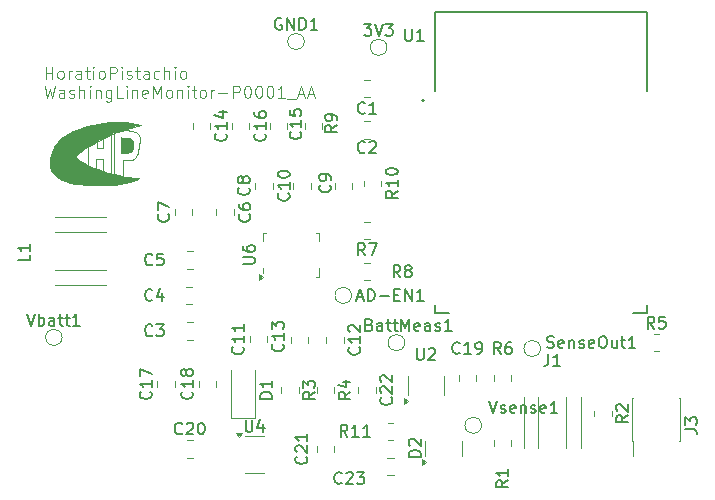
<source format=gto>
%TF.GenerationSoftware,KiCad,Pcbnew,9.0.3*%
%TF.CreationDate,2025-09-14T12:06:08+10:00*%
%TF.ProjectId,WashingLineMonitor-P0001,57617368-696e-4674-9c69-6e654d6f6e69,AB*%
%TF.SameCoordinates,Original*%
%TF.FileFunction,Legend,Top*%
%TF.FilePolarity,Positive*%
%FSLAX46Y46*%
G04 Gerber Fmt 4.6, Leading zero omitted, Abs format (unit mm)*
G04 Created by KiCad (PCBNEW 9.0.3) date 2025-09-14 12:06:08*
%MOMM*%
%LPD*%
G01*
G04 APERTURE LIST*
%ADD10C,0.026499*%
%ADD11C,0.100000*%
%ADD12C,0.000000*%
%ADD13C,0.026458*%
%ADD14C,0.150000*%
%ADD15C,0.120000*%
%ADD16C,0.127000*%
%ADD17C,0.200000*%
G04 APERTURE END LIST*
D10*
X46176412Y-25642501D02*
X46192124Y-25642362D01*
X46207659Y-25642245D01*
X46222576Y-25642153D01*
X46237329Y-25642083D01*
X46251526Y-25642035D01*
X46265569Y-25642008D01*
X46279106Y-25642003D01*
X46292500Y-25642017D01*
X46305432Y-25642052D01*
X46318229Y-25642106D01*
X46330603Y-25642179D01*
X46342850Y-25642271D01*
X46354707Y-25642381D01*
X46366443Y-25642509D01*
X46377819Y-25642654D01*
X46389081Y-25642818D01*
X46400009Y-25642997D01*
X46410829Y-25643195D01*
X46421337Y-25643407D01*
X46431743Y-25643637D01*
X46441858Y-25643880D01*
X46451876Y-25644142D01*
X46461622Y-25644417D01*
X46471274Y-25644709D01*
X46480672Y-25645014D01*
X46489981Y-25645336D01*
X46499050Y-25645670D01*
X46508035Y-25646021D01*
X46516794Y-25646383D01*
X46525471Y-25646762D01*
X46533936Y-25647152D01*
X46542323Y-25647559D01*
X46550509Y-25647976D01*
X46558621Y-25648409D01*
X46566542Y-25648852D01*
X46574392Y-25649312D01*
X46582061Y-25649781D01*
X46589662Y-25650266D01*
X46597092Y-25650760D01*
X46604455Y-25651270D01*
X46611657Y-25651789D01*
X46618794Y-25652323D01*
X46625778Y-25652867D01*
X46632700Y-25653425D01*
X46639475Y-25653992D01*
X46646191Y-25654574D01*
X46652767Y-25655164D01*
X46659286Y-25655769D01*
X46665672Y-25656382D01*
X46672003Y-25657010D01*
X46678206Y-25657645D01*
X46684356Y-25658296D01*
X46690385Y-25658953D01*
X46696363Y-25659625D01*
X46702224Y-25660305D01*
X46708036Y-25660998D01*
X46713736Y-25661699D01*
X46719389Y-25662414D01*
X46724935Y-25663136D01*
X46730435Y-25663872D01*
X46735833Y-25664615D01*
X46741186Y-25665371D01*
X46746441Y-25666135D01*
X46751653Y-25666912D01*
X46756772Y-25667695D01*
X46761848Y-25668493D01*
X46766835Y-25669296D01*
X46771780Y-25670114D01*
X46776640Y-25670937D01*
X46781460Y-25671774D01*
X46786198Y-25672617D01*
X46790897Y-25673474D01*
X46795517Y-25674336D01*
X46800099Y-25675212D01*
X46804606Y-25676094D01*
X46809076Y-25676989D01*
X46813473Y-25677890D01*
X46817834Y-25678805D01*
X46822126Y-25679725D01*
X46826383Y-25680658D01*
X46830573Y-25681597D01*
X46834729Y-25682549D01*
X46838821Y-25683507D01*
X46842880Y-25684477D01*
X46846877Y-25685454D01*
X46850842Y-25686443D01*
X46854747Y-25687438D01*
X46858622Y-25688446D01*
X46862439Y-25689459D01*
X46866226Y-25690486D01*
X46869958Y-25691518D01*
X46873660Y-25692563D01*
X46877310Y-25693614D01*
X46880930Y-25694677D01*
X46884500Y-25695746D01*
X46888042Y-25696828D01*
X46891535Y-25697915D01*
X46895000Y-25699016D01*
X46898419Y-25700122D01*
X46901811Y-25701241D01*
X46905157Y-25702365D01*
X46908478Y-25703503D01*
X46911755Y-25704646D01*
X46915006Y-25705802D01*
X46918216Y-25706964D01*
X46921401Y-25708139D01*
X46924546Y-25709320D01*
X46927667Y-25710513D01*
X46930749Y-25711713D01*
X46933808Y-25712926D01*
X46936829Y-25714145D01*
X46939827Y-25715376D01*
X46942790Y-25716615D01*
X46945730Y-25717865D01*
X46948636Y-25719123D01*
X46951520Y-25720393D01*
X46954371Y-25721671D01*
X46957200Y-25722961D01*
X46959998Y-25724258D01*
X46962775Y-25725568D01*
X46965521Y-25726886D01*
X46968247Y-25728215D01*
X46970944Y-25729553D01*
X46973621Y-25730904D01*
X46976270Y-25732262D01*
X46978900Y-25733633D01*
X46981502Y-25735013D01*
X46984086Y-25736405D01*
X46986644Y-25737806D01*
X46989182Y-25739220D01*
X46991697Y-25740643D01*
X46994193Y-25742078D01*
X46996666Y-25743523D01*
X46999120Y-25744981D01*
X47001553Y-25746448D01*
X47003967Y-25747928D01*
X47006361Y-25749419D01*
X47008737Y-25750922D01*
X47011092Y-25752437D01*
X47013431Y-25753964D01*
X47015750Y-25755502D01*
X47018053Y-25757053D01*
X47020337Y-25758616D01*
X47022605Y-25760192D01*
X47024855Y-25761780D01*
X47027089Y-25763381D01*
X47029307Y-25764995D01*
X47031509Y-25766622D01*
X47033695Y-25768262D01*
X47035866Y-25769916D01*
X47040163Y-25773264D01*
X47044401Y-25776669D01*
X47048584Y-25780131D01*
X47052713Y-25783652D01*
X47056791Y-25787234D01*
X47060819Y-25790879D01*
X47064799Y-25794588D01*
X47068734Y-25798365D01*
X47072626Y-25802210D01*
X47076475Y-25806126D01*
X47080285Y-25810116D01*
X47084058Y-25814182D01*
X47087794Y-25818327D01*
X47091497Y-25822553D01*
X47095167Y-25826864D01*
X47098807Y-25831263D01*
X47102418Y-25835752D01*
X47106003Y-25840336D01*
X47109564Y-25845018D01*
X47113101Y-25849802D01*
X47116618Y-25854692D01*
X47120116Y-25859693D01*
X47123597Y-25864810D01*
X47127064Y-25870046D01*
X47130518Y-25875409D01*
X47133961Y-25880903D01*
X47137397Y-25886534D01*
X47140827Y-25892310D01*
X47143140Y-25896293D01*
D11*
X46188458Y-25628736D02*
X46188458Y-26930276D01*
D10*
X47143140Y-25896293D02*
X47145249Y-25900037D01*
X47147354Y-25903938D01*
X47149453Y-25907996D01*
X47151545Y-25912217D01*
X47153630Y-25916601D01*
X47155704Y-25921153D01*
X47157768Y-25925874D01*
X47159820Y-25930766D01*
X47161857Y-25935832D01*
X47163879Y-25941075D01*
X47165883Y-25946494D01*
X47167868Y-25952093D01*
X47169832Y-25957873D01*
X47171773Y-25963834D01*
X47173689Y-25969978D01*
X47175578Y-25976305D01*
X47177438Y-25982815D01*
X47179268Y-25989509D01*
X47181064Y-25996385D01*
X47182825Y-26003444D01*
X47184548Y-26010684D01*
X47186232Y-26018105D01*
X47187875Y-26025704D01*
X47189473Y-26033479D01*
X47191025Y-26041427D01*
X47192529Y-26049547D01*
X47193983Y-26057835D01*
X47195384Y-26066287D01*
X47196730Y-26074899D01*
X47198019Y-26083667D01*
X47199250Y-26092587D01*
X47200420Y-26101652D01*
X47201528Y-26110859D01*
X47202570Y-26120200D01*
X47203547Y-26129671D01*
X47204456Y-26139264D01*
X47205295Y-26148972D01*
X47206063Y-26158790D01*
X47206758Y-26168710D01*
X47207380Y-26178724D01*
X47207927Y-26188826D01*
X47208398Y-26199006D01*
X47208792Y-26209258D01*
X47208960Y-26214408D01*
X47209108Y-26219573D01*
X47209237Y-26224752D01*
X47209346Y-26229943D01*
X47209435Y-26235146D01*
X47209504Y-26240360D01*
X47209554Y-26245583D01*
X47209583Y-26250817D01*
X47209593Y-26256056D01*
X47209582Y-26261304D01*
X47209552Y-26266555D01*
X47209501Y-26271815D01*
X47209431Y-26277074D01*
X47209340Y-26282340D01*
X47209229Y-26287603D01*
X47209098Y-26292872D01*
X47208947Y-26298135D01*
X47208776Y-26303403D01*
X47208585Y-26308662D01*
X47208374Y-26313926D01*
X47208144Y-26319177D01*
X47207893Y-26324432D01*
X47207622Y-26329673D01*
X47207332Y-26334915D01*
X47207022Y-26340141D01*
X47206693Y-26345367D01*
X47206344Y-26350575D01*
X47205975Y-26355782D01*
X47205588Y-26360967D01*
X47205181Y-26366152D01*
X47204755Y-26371313D01*
X47204310Y-26376471D01*
X47203846Y-26381604D01*
X47203363Y-26386734D01*
X47202862Y-26391835D01*
X47202341Y-26396933D01*
X47201804Y-26402000D01*
X47201246Y-26407063D01*
X47200672Y-26412093D01*
X47200078Y-26417118D01*
X47199468Y-26422109D01*
X47198839Y-26427094D01*
X47198194Y-26432044D01*
X47197530Y-26436986D01*
X47196850Y-26441891D01*
X47196151Y-26446788D01*
X47195438Y-26451646D01*
X47194705Y-26456496D01*
X47193958Y-26461306D01*
X47193192Y-26466107D01*
X47192413Y-26470866D01*
X47191614Y-26475616D01*
X47190803Y-26480323D01*
X47189973Y-26485019D01*
X47189130Y-26489672D01*
X47188269Y-26494314D01*
X47187395Y-26498911D01*
X47186504Y-26503497D01*
X47185600Y-26508037D01*
X47184679Y-26512565D01*
X47183747Y-26517047D01*
X47182796Y-26521516D01*
X47181835Y-26525938D01*
X47180857Y-26530347D01*
X47179868Y-26534709D01*
X47178862Y-26539056D01*
X47177846Y-26543356D01*
X47176814Y-26547642D01*
X47175772Y-26551879D01*
X47174712Y-26556102D01*
X47173645Y-26560276D01*
X47172560Y-26564435D01*
X47171468Y-26568545D01*
X47170359Y-26572640D01*
X47169242Y-26576685D01*
X47168109Y-26580715D01*
X47166969Y-26584696D01*
X47165812Y-26588660D01*
X47164649Y-26592575D01*
X47163470Y-26596473D01*
X47162285Y-26600322D01*
X47161084Y-26604155D01*
X47159878Y-26607938D01*
X47158655Y-26611704D01*
X47157428Y-26615421D01*
X47156185Y-26619120D01*
X47154937Y-26622771D01*
X47153674Y-26626404D01*
X47152407Y-26629988D01*
X47151125Y-26633554D01*
X47149839Y-26637072D01*
X47148538Y-26640572D01*
X47147233Y-26644024D01*
X47145914Y-26647457D01*
X47144592Y-26650843D01*
X47143255Y-26654210D01*
X47141916Y-26657530D01*
X47140563Y-26660831D01*
X47139207Y-26664085D01*
X47137837Y-26667320D01*
X47136465Y-26670508D01*
X47135079Y-26673678D01*
X47133691Y-26676802D01*
X47132290Y-26679906D01*
X47130888Y-26682965D01*
X47129472Y-26686005D01*
X47128055Y-26689000D01*
X47126625Y-26691975D01*
X47125194Y-26694906D01*
X47123750Y-26697817D01*
X47122306Y-26700685D01*
X47120848Y-26703533D01*
X47119391Y-26706337D01*
X47117921Y-26709123D01*
X47116451Y-26711865D01*
X47114968Y-26714588D01*
X47113486Y-26717268D01*
X47111991Y-26719929D01*
X47110497Y-26722548D01*
X47108991Y-26725148D01*
X47107485Y-26727706D01*
X47105968Y-26730246D01*
X47104451Y-26732744D01*
X47102923Y-26735223D01*
X47101396Y-26737662D01*
X47099857Y-26740082D01*
X47098319Y-26742463D01*
X47096770Y-26744824D01*
X47095222Y-26747146D01*
X47093663Y-26749449D01*
X47092106Y-26751714D01*
X47090538Y-26753960D01*
X47088971Y-26756168D01*
X47087393Y-26758357D01*
X47085817Y-26760509D01*
X47084230Y-26762641D01*
X47082645Y-26764738D01*
X47081050Y-26766815D01*
X47079456Y-26768857D01*
X47077852Y-26770880D01*
X47076250Y-26772868D01*
X47074637Y-26774837D01*
X47073027Y-26776771D01*
X47071406Y-26778687D01*
X47069788Y-26780568D01*
X47068159Y-26782431D01*
X47066532Y-26784261D01*
X47064896Y-26786072D01*
X47063262Y-26787850D01*
X47061617Y-26789610D01*
X47059975Y-26791337D01*
X47058323Y-26793046D01*
X47056674Y-26794724D01*
X47055015Y-26796383D01*
X47053357Y-26798011D01*
X47051691Y-26799621D01*
X47050026Y-26801201D01*
X47048352Y-26802762D01*
X47046680Y-26804293D01*
X47044999Y-26805806D01*
X47043319Y-26807290D01*
X47041631Y-26808756D01*
X47039944Y-26810193D01*
X47038248Y-26811612D01*
X47036554Y-26813003D01*
X47034851Y-26814375D01*
X47033150Y-26815721D01*
X47031439Y-26817047D01*
X47029730Y-26818348D01*
X47028013Y-26819629D01*
X47026296Y-26820885D01*
X47024571Y-26822122D01*
X47022848Y-26823334D01*
X47021115Y-26824527D01*
X47019384Y-26825695D01*
X47017644Y-26826845D01*
X47015904Y-26827970D01*
X47014157Y-26829077D01*
X47012410Y-26830159D01*
X47010654Y-26831223D01*
X47008899Y-26832263D01*
X47007136Y-26833285D01*
X47005373Y-26834284D01*
X47003601Y-26835264D01*
X47001830Y-26836222D01*
X47000050Y-26837161D01*
X46998271Y-26838077D01*
X46996482Y-26838975D01*
X46994694Y-26839851D01*
X46992897Y-26840709D01*
X46991100Y-26841544D01*
X46989294Y-26842362D01*
X46987488Y-26843158D01*
X46985673Y-26843935D01*
X46983857Y-26844691D01*
X46982034Y-26845429D01*
X46980208Y-26846145D01*
X46978375Y-26846844D01*
X46976540Y-26847521D01*
X46974696Y-26848180D01*
X46974120Y-26848382D01*
D12*
G36*
X46397748Y-25642958D02*
G01*
X46494187Y-25645488D01*
X46581849Y-25649768D01*
X46661269Y-25655957D01*
X46732977Y-25664219D01*
X46797508Y-25674715D01*
X46855392Y-25687604D01*
X46907164Y-25703050D01*
X46953355Y-25721214D01*
X46994499Y-25742256D01*
X47031127Y-25766338D01*
X47063773Y-25793621D01*
X47092968Y-25824267D01*
X47119247Y-25858437D01*
X47143140Y-25896293D01*
X47153443Y-25916201D01*
X47162949Y-25938636D01*
X47179487Y-25990330D01*
X47192586Y-26049860D01*
X47202080Y-26115714D01*
X47207802Y-26186378D01*
X47209586Y-26260340D01*
X47207265Y-26336086D01*
X47200671Y-26412102D01*
X47189639Y-26486875D01*
X47174001Y-26558893D01*
X47153591Y-26626642D01*
X47141544Y-26658442D01*
X47128242Y-26688608D01*
X47113663Y-26716949D01*
X47097787Y-26743278D01*
X47080593Y-26767404D01*
X47062060Y-26789139D01*
X47042167Y-26808294D01*
X47020893Y-26824678D01*
X46998218Y-26838104D01*
X46974120Y-26848382D01*
X46918284Y-26866290D01*
X46863120Y-26881086D01*
X46808655Y-26893041D01*
X46754918Y-26902431D01*
X46701934Y-26909527D01*
X46649733Y-26914603D01*
X46598341Y-26917933D01*
X46547785Y-26919789D01*
X46449295Y-26920173D01*
X46354481Y-26917942D01*
X46263564Y-26915280D01*
X46176762Y-26914374D01*
X46176412Y-25642501D01*
X46397748Y-25642958D01*
G37*
D13*
X46621464Y-24339710D02*
X47056224Y-24380239D01*
X47465663Y-24445992D01*
X47844343Y-24537871D01*
X47506468Y-24639707D01*
X46716080Y-24887729D01*
X46255834Y-25039615D01*
X45808029Y-25195714D01*
X45414521Y-25345247D01*
X45251209Y-25414183D01*
X45117167Y-25477436D01*
X44423712Y-25843417D01*
X43970396Y-26094400D01*
X43503251Y-26365309D01*
X43065198Y-26637092D01*
X42870496Y-26767357D01*
X42699162Y-26890696D01*
X42556563Y-27004728D01*
X42448063Y-27107071D01*
X42408278Y-27153115D01*
X42379029Y-27195344D01*
X42360988Y-27233459D01*
X42354826Y-27267164D01*
X42364392Y-27308812D01*
X42392532Y-27355764D01*
X42438402Y-27407581D01*
X42501161Y-27463826D01*
X42673980Y-27587847D01*
X42904257Y-27724326D01*
X43185259Y-27869759D01*
X43510253Y-28020644D01*
X43872506Y-28173480D01*
X44265285Y-28324763D01*
X44681857Y-28470992D01*
X45115490Y-28608664D01*
X45559451Y-28734276D01*
X46007006Y-28844327D01*
X46451424Y-28935314D01*
X46885970Y-29003734D01*
X47303913Y-29046086D01*
X47504554Y-29056391D01*
X47698519Y-29058866D01*
X47604849Y-29125164D01*
X47493827Y-29187900D01*
X47223819Y-29302538D01*
X46896680Y-29402479D01*
X46520600Y-29487418D01*
X46103764Y-29557054D01*
X45654359Y-29611083D01*
X45180572Y-29649202D01*
X44690591Y-29671108D01*
X44192602Y-29676498D01*
X43694793Y-29665070D01*
X43205350Y-29636520D01*
X42732460Y-29590545D01*
X42284311Y-29526843D01*
X41869088Y-29445110D01*
X41494980Y-29345044D01*
X41170174Y-29226341D01*
X41027514Y-29158701D01*
X40896777Y-29084179D01*
X40777685Y-29003189D01*
X40669960Y-28916144D01*
X40573323Y-28823456D01*
X40487496Y-28725538D01*
X40412202Y-28622805D01*
X40347163Y-28515668D01*
X40292100Y-28404542D01*
X40246735Y-28289838D01*
X40210791Y-28171971D01*
X40183989Y-28051353D01*
X40166051Y-27928397D01*
X40156700Y-27803516D01*
X40155657Y-27677124D01*
X40162644Y-27549634D01*
X40177383Y-27421458D01*
X40199596Y-27293010D01*
X40229005Y-27164703D01*
X40265332Y-27036950D01*
X40308300Y-26910164D01*
X40357629Y-26784759D01*
X40413042Y-26661146D01*
X40474261Y-26539740D01*
X40541008Y-26420953D01*
X40613004Y-26305199D01*
X40689973Y-26192890D01*
X40771635Y-26084440D01*
X40857713Y-25980262D01*
X40947928Y-25880768D01*
X41042003Y-25786373D01*
X41139660Y-25697489D01*
X41268187Y-25593240D01*
X41408737Y-25492251D01*
X41723186Y-25300502D01*
X42077571Y-25123145D01*
X42466451Y-24961083D01*
X42884391Y-24815217D01*
X43325951Y-24686452D01*
X43785694Y-24575688D01*
X44258181Y-24483830D01*
X44737976Y-24411780D01*
X45219640Y-24360440D01*
X45697734Y-24330714D01*
X46166821Y-24323503D01*
X46621464Y-24339710D01*
G36*
X46621464Y-24339710D02*
G01*
X47056224Y-24380239D01*
X47465663Y-24445992D01*
X47844343Y-24537871D01*
X47506468Y-24639707D01*
X46716080Y-24887729D01*
X46255834Y-25039615D01*
X45808029Y-25195714D01*
X45414521Y-25345247D01*
X45251209Y-25414183D01*
X45117167Y-25477436D01*
X44423712Y-25843417D01*
X43970396Y-26094400D01*
X43503251Y-26365309D01*
X43065198Y-26637092D01*
X42870496Y-26767357D01*
X42699162Y-26890696D01*
X42556563Y-27004728D01*
X42448063Y-27107071D01*
X42408278Y-27153115D01*
X42379029Y-27195344D01*
X42360988Y-27233459D01*
X42354826Y-27267164D01*
X42364392Y-27308812D01*
X42392532Y-27355764D01*
X42438402Y-27407581D01*
X42501161Y-27463826D01*
X42673980Y-27587847D01*
X42904257Y-27724326D01*
X43185259Y-27869759D01*
X43510253Y-28020644D01*
X43872506Y-28173480D01*
X44265285Y-28324763D01*
X44681857Y-28470992D01*
X45115490Y-28608664D01*
X45559451Y-28734276D01*
X46007006Y-28844327D01*
X46451424Y-28935314D01*
X46885970Y-29003734D01*
X47303913Y-29046086D01*
X47504554Y-29056391D01*
X47698519Y-29058866D01*
X47604849Y-29125164D01*
X47493827Y-29187900D01*
X47223819Y-29302538D01*
X46896680Y-29402479D01*
X46520600Y-29487418D01*
X46103764Y-29557054D01*
X45654359Y-29611083D01*
X45180572Y-29649202D01*
X44690591Y-29671108D01*
X44192602Y-29676498D01*
X43694793Y-29665070D01*
X43205350Y-29636520D01*
X42732460Y-29590545D01*
X42284311Y-29526843D01*
X41869088Y-29445110D01*
X41494980Y-29345044D01*
X41170174Y-29226341D01*
X41027514Y-29158701D01*
X40896777Y-29084179D01*
X40777685Y-29003189D01*
X40669960Y-28916144D01*
X40573323Y-28823456D01*
X40487496Y-28725538D01*
X40412202Y-28622805D01*
X40347163Y-28515668D01*
X40292100Y-28404542D01*
X40246735Y-28289838D01*
X40210791Y-28171971D01*
X40183989Y-28051353D01*
X40166051Y-27928397D01*
X40156700Y-27803516D01*
X40155657Y-27677124D01*
X40162644Y-27549634D01*
X40177383Y-27421458D01*
X40199596Y-27293010D01*
X40229005Y-27164703D01*
X40265332Y-27036950D01*
X40308300Y-26910164D01*
X40357629Y-26784759D01*
X40413042Y-26661146D01*
X40474261Y-26539740D01*
X40541008Y-26420953D01*
X40613004Y-26305199D01*
X40689973Y-26192890D01*
X40771635Y-26084440D01*
X40857713Y-25980262D01*
X40947928Y-25880768D01*
X41042003Y-25786373D01*
X41139660Y-25697489D01*
X41268187Y-25593240D01*
X41408737Y-25492251D01*
X41723186Y-25300502D01*
X42077571Y-25123145D01*
X42466451Y-24961083D01*
X42884391Y-24815217D01*
X43325951Y-24686452D01*
X43785694Y-24575688D01*
X44258181Y-24483830D01*
X44737976Y-24411780D01*
X45219640Y-24360440D01*
X45697734Y-24330714D01*
X46166821Y-24323503D01*
X46621464Y-24339710D01*
G37*
X46436342Y-25016145D02*
X46613991Y-25019241D01*
X46713972Y-25022993D01*
X46815332Y-25029944D01*
X46916974Y-25040540D01*
X47017796Y-25055228D01*
X47116701Y-25074452D01*
X47212589Y-25098659D01*
X47304360Y-25128294D01*
X47390917Y-25163804D01*
X47471160Y-25205634D01*
X47508570Y-25229058D01*
X47543989Y-25254230D01*
X47577280Y-25281204D01*
X47608306Y-25310037D01*
X47636928Y-25340785D01*
X47663011Y-25373503D01*
X47686416Y-25408246D01*
X47707005Y-25445071D01*
X47724643Y-25484034D01*
X47739190Y-25525189D01*
X47750510Y-25568594D01*
X47758466Y-25614302D01*
X47762920Y-25662372D01*
X47763734Y-25712857D01*
X47754121Y-25961001D01*
X47731477Y-26246100D01*
X47713933Y-26395761D01*
X47691527Y-26546565D01*
X47663726Y-26695814D01*
X47629995Y-26840810D01*
X47589799Y-26978853D01*
X47542605Y-27107245D01*
X47487878Y-27223288D01*
X47457522Y-27275836D01*
X47425083Y-27324284D01*
X47390493Y-27368295D01*
X47353685Y-27407533D01*
X47314594Y-27441660D01*
X47273152Y-27470338D01*
X47229292Y-27493230D01*
X47182947Y-27510000D01*
X47134051Y-27520309D01*
X47082537Y-27523820D01*
X46918833Y-27526073D01*
X46701745Y-27525566D01*
X46591348Y-27523591D01*
X46489405Y-27520102D01*
X46403181Y-27514824D01*
X46368235Y-27511429D01*
X46339944Y-27507483D01*
X46339941Y-27507483D01*
X46336131Y-29357490D01*
X45578433Y-29337662D01*
X45578433Y-25019241D01*
X45922299Y-25015196D01*
X46256533Y-25014691D01*
X46436342Y-25016145D01*
D10*
X46188458Y-25628736D02*
X46188458Y-26930276D01*
X46974120Y-26848382D02*
X46964935Y-26851538D01*
X46955722Y-26854619D01*
X46946479Y-26857627D01*
X46937205Y-26860561D01*
X46927898Y-26863422D01*
X46918558Y-26866210D01*
X46909181Y-26868925D01*
X46899768Y-26871569D01*
X46890317Y-26874140D01*
X46880825Y-26876640D01*
X46871292Y-26879069D01*
X46861714Y-26881427D01*
X46852091Y-26883714D01*
X46842420Y-26885930D01*
X46832699Y-26888077D01*
X46822926Y-26890154D01*
X46813099Y-26892160D01*
X46803214Y-26894098D01*
X46793269Y-26895966D01*
X46783262Y-26897765D01*
X46773189Y-26899495D01*
X46763047Y-26901157D01*
X46752833Y-26902749D01*
X46742542Y-26904274D01*
X46732171Y-26905730D01*
X46721715Y-26907117D01*
X46711169Y-26908437D01*
X46700529Y-26909688D01*
X46689789Y-26910871D01*
X46678942Y-26911986D01*
X46667982Y-26913033D01*
X46656902Y-26914012D01*
X46645693Y-26914923D01*
X46634345Y-26915765D01*
X46622849Y-26916539D01*
X46611194Y-26917245D01*
X46599365Y-26917881D01*
X46587347Y-26918449D01*
X46575124Y-26918948D01*
X46562675Y-26919376D01*
X46549976Y-26919735D01*
X46536999Y-26920022D01*
X46523710Y-26920238D01*
X46510066Y-26920381D01*
X46496017Y-26920450D01*
X46481494Y-26920443D01*
X46466409Y-26920358D01*
X46450644Y-26920191D01*
X46434026Y-26919938D01*
X46416297Y-26919591D01*
X46397026Y-26919138D01*
X46375391Y-26918556D01*
X46349388Y-26917787D01*
X46331120Y-26917223D01*
X46311142Y-26916607D01*
X46291354Y-26916020D01*
X46271759Y-26915485D01*
X46262035Y-26915243D01*
X46252360Y-26915023D01*
X46242734Y-26914827D01*
X46233158Y-26914659D01*
X46223632Y-26914520D01*
X46214156Y-26914414D01*
X46204731Y-26914343D01*
X46195357Y-26914311D01*
X46186034Y-26914321D01*
X46176762Y-26914374D01*
D13*
X45330704Y-28869630D02*
X44629636Y-28668295D01*
X44629636Y-27486212D01*
X44091656Y-27486212D01*
X44091656Y-28637789D01*
X43896953Y-28637789D01*
X43414088Y-28637789D01*
X43412770Y-26966079D01*
X43420189Y-25294404D01*
X44136417Y-25294404D01*
X44136417Y-26545123D01*
X44655521Y-26545123D01*
X44655521Y-25141877D01*
X45330704Y-25141877D01*
X45330704Y-28869630D01*
D11*
X39803884Y-20652447D02*
X39803884Y-19652447D01*
X39803884Y-20128637D02*
X40375312Y-20128637D01*
X40375312Y-20652447D02*
X40375312Y-19652447D01*
X40994360Y-20652447D02*
X40899122Y-20604828D01*
X40899122Y-20604828D02*
X40851503Y-20557208D01*
X40851503Y-20557208D02*
X40803884Y-20461970D01*
X40803884Y-20461970D02*
X40803884Y-20176256D01*
X40803884Y-20176256D02*
X40851503Y-20081018D01*
X40851503Y-20081018D02*
X40899122Y-20033399D01*
X40899122Y-20033399D02*
X40994360Y-19985780D01*
X40994360Y-19985780D02*
X41137217Y-19985780D01*
X41137217Y-19985780D02*
X41232455Y-20033399D01*
X41232455Y-20033399D02*
X41280074Y-20081018D01*
X41280074Y-20081018D02*
X41327693Y-20176256D01*
X41327693Y-20176256D02*
X41327693Y-20461970D01*
X41327693Y-20461970D02*
X41280074Y-20557208D01*
X41280074Y-20557208D02*
X41232455Y-20604828D01*
X41232455Y-20604828D02*
X41137217Y-20652447D01*
X41137217Y-20652447D02*
X40994360Y-20652447D01*
X41756265Y-20652447D02*
X41756265Y-19985780D01*
X41756265Y-20176256D02*
X41803884Y-20081018D01*
X41803884Y-20081018D02*
X41851503Y-20033399D01*
X41851503Y-20033399D02*
X41946741Y-19985780D01*
X41946741Y-19985780D02*
X42041979Y-19985780D01*
X42803884Y-20652447D02*
X42803884Y-20128637D01*
X42803884Y-20128637D02*
X42756265Y-20033399D01*
X42756265Y-20033399D02*
X42661027Y-19985780D01*
X42661027Y-19985780D02*
X42470551Y-19985780D01*
X42470551Y-19985780D02*
X42375313Y-20033399D01*
X42803884Y-20604828D02*
X42708646Y-20652447D01*
X42708646Y-20652447D02*
X42470551Y-20652447D01*
X42470551Y-20652447D02*
X42375313Y-20604828D01*
X42375313Y-20604828D02*
X42327694Y-20509589D01*
X42327694Y-20509589D02*
X42327694Y-20414351D01*
X42327694Y-20414351D02*
X42375313Y-20319113D01*
X42375313Y-20319113D02*
X42470551Y-20271494D01*
X42470551Y-20271494D02*
X42708646Y-20271494D01*
X42708646Y-20271494D02*
X42803884Y-20223875D01*
X43137218Y-19985780D02*
X43518170Y-19985780D01*
X43280075Y-19652447D02*
X43280075Y-20509589D01*
X43280075Y-20509589D02*
X43327694Y-20604828D01*
X43327694Y-20604828D02*
X43422932Y-20652447D01*
X43422932Y-20652447D02*
X43518170Y-20652447D01*
X43851504Y-20652447D02*
X43851504Y-19985780D01*
X43851504Y-19652447D02*
X43803885Y-19700066D01*
X43803885Y-19700066D02*
X43851504Y-19747685D01*
X43851504Y-19747685D02*
X43899123Y-19700066D01*
X43899123Y-19700066D02*
X43851504Y-19652447D01*
X43851504Y-19652447D02*
X43851504Y-19747685D01*
X44470551Y-20652447D02*
X44375313Y-20604828D01*
X44375313Y-20604828D02*
X44327694Y-20557208D01*
X44327694Y-20557208D02*
X44280075Y-20461970D01*
X44280075Y-20461970D02*
X44280075Y-20176256D01*
X44280075Y-20176256D02*
X44327694Y-20081018D01*
X44327694Y-20081018D02*
X44375313Y-20033399D01*
X44375313Y-20033399D02*
X44470551Y-19985780D01*
X44470551Y-19985780D02*
X44613408Y-19985780D01*
X44613408Y-19985780D02*
X44708646Y-20033399D01*
X44708646Y-20033399D02*
X44756265Y-20081018D01*
X44756265Y-20081018D02*
X44803884Y-20176256D01*
X44803884Y-20176256D02*
X44803884Y-20461970D01*
X44803884Y-20461970D02*
X44756265Y-20557208D01*
X44756265Y-20557208D02*
X44708646Y-20604828D01*
X44708646Y-20604828D02*
X44613408Y-20652447D01*
X44613408Y-20652447D02*
X44470551Y-20652447D01*
X45232456Y-20652447D02*
X45232456Y-19652447D01*
X45232456Y-19652447D02*
X45613408Y-19652447D01*
X45613408Y-19652447D02*
X45708646Y-19700066D01*
X45708646Y-19700066D02*
X45756265Y-19747685D01*
X45756265Y-19747685D02*
X45803884Y-19842923D01*
X45803884Y-19842923D02*
X45803884Y-19985780D01*
X45803884Y-19985780D02*
X45756265Y-20081018D01*
X45756265Y-20081018D02*
X45708646Y-20128637D01*
X45708646Y-20128637D02*
X45613408Y-20176256D01*
X45613408Y-20176256D02*
X45232456Y-20176256D01*
X46232456Y-20652447D02*
X46232456Y-19985780D01*
X46232456Y-19652447D02*
X46184837Y-19700066D01*
X46184837Y-19700066D02*
X46232456Y-19747685D01*
X46232456Y-19747685D02*
X46280075Y-19700066D01*
X46280075Y-19700066D02*
X46232456Y-19652447D01*
X46232456Y-19652447D02*
X46232456Y-19747685D01*
X46661027Y-20604828D02*
X46756265Y-20652447D01*
X46756265Y-20652447D02*
X46946741Y-20652447D01*
X46946741Y-20652447D02*
X47041979Y-20604828D01*
X47041979Y-20604828D02*
X47089598Y-20509589D01*
X47089598Y-20509589D02*
X47089598Y-20461970D01*
X47089598Y-20461970D02*
X47041979Y-20366732D01*
X47041979Y-20366732D02*
X46946741Y-20319113D01*
X46946741Y-20319113D02*
X46803884Y-20319113D01*
X46803884Y-20319113D02*
X46708646Y-20271494D01*
X46708646Y-20271494D02*
X46661027Y-20176256D01*
X46661027Y-20176256D02*
X46661027Y-20128637D01*
X46661027Y-20128637D02*
X46708646Y-20033399D01*
X46708646Y-20033399D02*
X46803884Y-19985780D01*
X46803884Y-19985780D02*
X46946741Y-19985780D01*
X46946741Y-19985780D02*
X47041979Y-20033399D01*
X47375313Y-19985780D02*
X47756265Y-19985780D01*
X47518170Y-19652447D02*
X47518170Y-20509589D01*
X47518170Y-20509589D02*
X47565789Y-20604828D01*
X47565789Y-20604828D02*
X47661027Y-20652447D01*
X47661027Y-20652447D02*
X47756265Y-20652447D01*
X48518170Y-20652447D02*
X48518170Y-20128637D01*
X48518170Y-20128637D02*
X48470551Y-20033399D01*
X48470551Y-20033399D02*
X48375313Y-19985780D01*
X48375313Y-19985780D02*
X48184837Y-19985780D01*
X48184837Y-19985780D02*
X48089599Y-20033399D01*
X48518170Y-20604828D02*
X48422932Y-20652447D01*
X48422932Y-20652447D02*
X48184837Y-20652447D01*
X48184837Y-20652447D02*
X48089599Y-20604828D01*
X48089599Y-20604828D02*
X48041980Y-20509589D01*
X48041980Y-20509589D02*
X48041980Y-20414351D01*
X48041980Y-20414351D02*
X48089599Y-20319113D01*
X48089599Y-20319113D02*
X48184837Y-20271494D01*
X48184837Y-20271494D02*
X48422932Y-20271494D01*
X48422932Y-20271494D02*
X48518170Y-20223875D01*
X49422932Y-20604828D02*
X49327694Y-20652447D01*
X49327694Y-20652447D02*
X49137218Y-20652447D01*
X49137218Y-20652447D02*
X49041980Y-20604828D01*
X49041980Y-20604828D02*
X48994361Y-20557208D01*
X48994361Y-20557208D02*
X48946742Y-20461970D01*
X48946742Y-20461970D02*
X48946742Y-20176256D01*
X48946742Y-20176256D02*
X48994361Y-20081018D01*
X48994361Y-20081018D02*
X49041980Y-20033399D01*
X49041980Y-20033399D02*
X49137218Y-19985780D01*
X49137218Y-19985780D02*
X49327694Y-19985780D01*
X49327694Y-19985780D02*
X49422932Y-20033399D01*
X49851504Y-20652447D02*
X49851504Y-19652447D01*
X50280075Y-20652447D02*
X50280075Y-20128637D01*
X50280075Y-20128637D02*
X50232456Y-20033399D01*
X50232456Y-20033399D02*
X50137218Y-19985780D01*
X50137218Y-19985780D02*
X49994361Y-19985780D01*
X49994361Y-19985780D02*
X49899123Y-20033399D01*
X49899123Y-20033399D02*
X49851504Y-20081018D01*
X50756266Y-20652447D02*
X50756266Y-19985780D01*
X50756266Y-19652447D02*
X50708647Y-19700066D01*
X50708647Y-19700066D02*
X50756266Y-19747685D01*
X50756266Y-19747685D02*
X50803885Y-19700066D01*
X50803885Y-19700066D02*
X50756266Y-19652447D01*
X50756266Y-19652447D02*
X50756266Y-19747685D01*
X51375313Y-20652447D02*
X51280075Y-20604828D01*
X51280075Y-20604828D02*
X51232456Y-20557208D01*
X51232456Y-20557208D02*
X51184837Y-20461970D01*
X51184837Y-20461970D02*
X51184837Y-20176256D01*
X51184837Y-20176256D02*
X51232456Y-20081018D01*
X51232456Y-20081018D02*
X51280075Y-20033399D01*
X51280075Y-20033399D02*
X51375313Y-19985780D01*
X51375313Y-19985780D02*
X51518170Y-19985780D01*
X51518170Y-19985780D02*
X51613408Y-20033399D01*
X51613408Y-20033399D02*
X51661027Y-20081018D01*
X51661027Y-20081018D02*
X51708646Y-20176256D01*
X51708646Y-20176256D02*
X51708646Y-20461970D01*
X51708646Y-20461970D02*
X51661027Y-20557208D01*
X51661027Y-20557208D02*
X51613408Y-20604828D01*
X51613408Y-20604828D02*
X51518170Y-20652447D01*
X51518170Y-20652447D02*
X51375313Y-20652447D01*
X39708646Y-21262391D02*
X39946741Y-22262391D01*
X39946741Y-22262391D02*
X40137217Y-21548105D01*
X40137217Y-21548105D02*
X40327693Y-22262391D01*
X40327693Y-22262391D02*
X40565789Y-21262391D01*
X41375312Y-22262391D02*
X41375312Y-21738581D01*
X41375312Y-21738581D02*
X41327693Y-21643343D01*
X41327693Y-21643343D02*
X41232455Y-21595724D01*
X41232455Y-21595724D02*
X41041979Y-21595724D01*
X41041979Y-21595724D02*
X40946741Y-21643343D01*
X41375312Y-22214772D02*
X41280074Y-22262391D01*
X41280074Y-22262391D02*
X41041979Y-22262391D01*
X41041979Y-22262391D02*
X40946741Y-22214772D01*
X40946741Y-22214772D02*
X40899122Y-22119533D01*
X40899122Y-22119533D02*
X40899122Y-22024295D01*
X40899122Y-22024295D02*
X40946741Y-21929057D01*
X40946741Y-21929057D02*
X41041979Y-21881438D01*
X41041979Y-21881438D02*
X41280074Y-21881438D01*
X41280074Y-21881438D02*
X41375312Y-21833819D01*
X41803884Y-22214772D02*
X41899122Y-22262391D01*
X41899122Y-22262391D02*
X42089598Y-22262391D01*
X42089598Y-22262391D02*
X42184836Y-22214772D01*
X42184836Y-22214772D02*
X42232455Y-22119533D01*
X42232455Y-22119533D02*
X42232455Y-22071914D01*
X42232455Y-22071914D02*
X42184836Y-21976676D01*
X42184836Y-21976676D02*
X42089598Y-21929057D01*
X42089598Y-21929057D02*
X41946741Y-21929057D01*
X41946741Y-21929057D02*
X41851503Y-21881438D01*
X41851503Y-21881438D02*
X41803884Y-21786200D01*
X41803884Y-21786200D02*
X41803884Y-21738581D01*
X41803884Y-21738581D02*
X41851503Y-21643343D01*
X41851503Y-21643343D02*
X41946741Y-21595724D01*
X41946741Y-21595724D02*
X42089598Y-21595724D01*
X42089598Y-21595724D02*
X42184836Y-21643343D01*
X42661027Y-22262391D02*
X42661027Y-21262391D01*
X43089598Y-22262391D02*
X43089598Y-21738581D01*
X43089598Y-21738581D02*
X43041979Y-21643343D01*
X43041979Y-21643343D02*
X42946741Y-21595724D01*
X42946741Y-21595724D02*
X42803884Y-21595724D01*
X42803884Y-21595724D02*
X42708646Y-21643343D01*
X42708646Y-21643343D02*
X42661027Y-21690962D01*
X43565789Y-22262391D02*
X43565789Y-21595724D01*
X43565789Y-21262391D02*
X43518170Y-21310010D01*
X43518170Y-21310010D02*
X43565789Y-21357629D01*
X43565789Y-21357629D02*
X43613408Y-21310010D01*
X43613408Y-21310010D02*
X43565789Y-21262391D01*
X43565789Y-21262391D02*
X43565789Y-21357629D01*
X44041979Y-21595724D02*
X44041979Y-22262391D01*
X44041979Y-21690962D02*
X44089598Y-21643343D01*
X44089598Y-21643343D02*
X44184836Y-21595724D01*
X44184836Y-21595724D02*
X44327693Y-21595724D01*
X44327693Y-21595724D02*
X44422931Y-21643343D01*
X44422931Y-21643343D02*
X44470550Y-21738581D01*
X44470550Y-21738581D02*
X44470550Y-22262391D01*
X45375312Y-21595724D02*
X45375312Y-22405248D01*
X45375312Y-22405248D02*
X45327693Y-22500486D01*
X45327693Y-22500486D02*
X45280074Y-22548105D01*
X45280074Y-22548105D02*
X45184836Y-22595724D01*
X45184836Y-22595724D02*
X45041979Y-22595724D01*
X45041979Y-22595724D02*
X44946741Y-22548105D01*
X45375312Y-22214772D02*
X45280074Y-22262391D01*
X45280074Y-22262391D02*
X45089598Y-22262391D01*
X45089598Y-22262391D02*
X44994360Y-22214772D01*
X44994360Y-22214772D02*
X44946741Y-22167152D01*
X44946741Y-22167152D02*
X44899122Y-22071914D01*
X44899122Y-22071914D02*
X44899122Y-21786200D01*
X44899122Y-21786200D02*
X44946741Y-21690962D01*
X44946741Y-21690962D02*
X44994360Y-21643343D01*
X44994360Y-21643343D02*
X45089598Y-21595724D01*
X45089598Y-21595724D02*
X45280074Y-21595724D01*
X45280074Y-21595724D02*
X45375312Y-21643343D01*
X46327693Y-22262391D02*
X45851503Y-22262391D01*
X45851503Y-22262391D02*
X45851503Y-21262391D01*
X46661027Y-22262391D02*
X46661027Y-21595724D01*
X46661027Y-21262391D02*
X46613408Y-21310010D01*
X46613408Y-21310010D02*
X46661027Y-21357629D01*
X46661027Y-21357629D02*
X46708646Y-21310010D01*
X46708646Y-21310010D02*
X46661027Y-21262391D01*
X46661027Y-21262391D02*
X46661027Y-21357629D01*
X47137217Y-21595724D02*
X47137217Y-22262391D01*
X47137217Y-21690962D02*
X47184836Y-21643343D01*
X47184836Y-21643343D02*
X47280074Y-21595724D01*
X47280074Y-21595724D02*
X47422931Y-21595724D01*
X47422931Y-21595724D02*
X47518169Y-21643343D01*
X47518169Y-21643343D02*
X47565788Y-21738581D01*
X47565788Y-21738581D02*
X47565788Y-22262391D01*
X48422931Y-22214772D02*
X48327693Y-22262391D01*
X48327693Y-22262391D02*
X48137217Y-22262391D01*
X48137217Y-22262391D02*
X48041979Y-22214772D01*
X48041979Y-22214772D02*
X47994360Y-22119533D01*
X47994360Y-22119533D02*
X47994360Y-21738581D01*
X47994360Y-21738581D02*
X48041979Y-21643343D01*
X48041979Y-21643343D02*
X48137217Y-21595724D01*
X48137217Y-21595724D02*
X48327693Y-21595724D01*
X48327693Y-21595724D02*
X48422931Y-21643343D01*
X48422931Y-21643343D02*
X48470550Y-21738581D01*
X48470550Y-21738581D02*
X48470550Y-21833819D01*
X48470550Y-21833819D02*
X47994360Y-21929057D01*
X48899122Y-22262391D02*
X48899122Y-21262391D01*
X48899122Y-21262391D02*
X49232455Y-21976676D01*
X49232455Y-21976676D02*
X49565788Y-21262391D01*
X49565788Y-21262391D02*
X49565788Y-22262391D01*
X50184836Y-22262391D02*
X50089598Y-22214772D01*
X50089598Y-22214772D02*
X50041979Y-22167152D01*
X50041979Y-22167152D02*
X49994360Y-22071914D01*
X49994360Y-22071914D02*
X49994360Y-21786200D01*
X49994360Y-21786200D02*
X50041979Y-21690962D01*
X50041979Y-21690962D02*
X50089598Y-21643343D01*
X50089598Y-21643343D02*
X50184836Y-21595724D01*
X50184836Y-21595724D02*
X50327693Y-21595724D01*
X50327693Y-21595724D02*
X50422931Y-21643343D01*
X50422931Y-21643343D02*
X50470550Y-21690962D01*
X50470550Y-21690962D02*
X50518169Y-21786200D01*
X50518169Y-21786200D02*
X50518169Y-22071914D01*
X50518169Y-22071914D02*
X50470550Y-22167152D01*
X50470550Y-22167152D02*
X50422931Y-22214772D01*
X50422931Y-22214772D02*
X50327693Y-22262391D01*
X50327693Y-22262391D02*
X50184836Y-22262391D01*
X50946741Y-21595724D02*
X50946741Y-22262391D01*
X50946741Y-21690962D02*
X50994360Y-21643343D01*
X50994360Y-21643343D02*
X51089598Y-21595724D01*
X51089598Y-21595724D02*
X51232455Y-21595724D01*
X51232455Y-21595724D02*
X51327693Y-21643343D01*
X51327693Y-21643343D02*
X51375312Y-21738581D01*
X51375312Y-21738581D02*
X51375312Y-22262391D01*
X51851503Y-22262391D02*
X51851503Y-21595724D01*
X51851503Y-21262391D02*
X51803884Y-21310010D01*
X51803884Y-21310010D02*
X51851503Y-21357629D01*
X51851503Y-21357629D02*
X51899122Y-21310010D01*
X51899122Y-21310010D02*
X51851503Y-21262391D01*
X51851503Y-21262391D02*
X51851503Y-21357629D01*
X52184836Y-21595724D02*
X52565788Y-21595724D01*
X52327693Y-21262391D02*
X52327693Y-22119533D01*
X52327693Y-22119533D02*
X52375312Y-22214772D01*
X52375312Y-22214772D02*
X52470550Y-22262391D01*
X52470550Y-22262391D02*
X52565788Y-22262391D01*
X53041979Y-22262391D02*
X52946741Y-22214772D01*
X52946741Y-22214772D02*
X52899122Y-22167152D01*
X52899122Y-22167152D02*
X52851503Y-22071914D01*
X52851503Y-22071914D02*
X52851503Y-21786200D01*
X52851503Y-21786200D02*
X52899122Y-21690962D01*
X52899122Y-21690962D02*
X52946741Y-21643343D01*
X52946741Y-21643343D02*
X53041979Y-21595724D01*
X53041979Y-21595724D02*
X53184836Y-21595724D01*
X53184836Y-21595724D02*
X53280074Y-21643343D01*
X53280074Y-21643343D02*
X53327693Y-21690962D01*
X53327693Y-21690962D02*
X53375312Y-21786200D01*
X53375312Y-21786200D02*
X53375312Y-22071914D01*
X53375312Y-22071914D02*
X53327693Y-22167152D01*
X53327693Y-22167152D02*
X53280074Y-22214772D01*
X53280074Y-22214772D02*
X53184836Y-22262391D01*
X53184836Y-22262391D02*
X53041979Y-22262391D01*
X53803884Y-22262391D02*
X53803884Y-21595724D01*
X53803884Y-21786200D02*
X53851503Y-21690962D01*
X53851503Y-21690962D02*
X53899122Y-21643343D01*
X53899122Y-21643343D02*
X53994360Y-21595724D01*
X53994360Y-21595724D02*
X54089598Y-21595724D01*
X54422932Y-21881438D02*
X55184837Y-21881438D01*
X55661027Y-22262391D02*
X55661027Y-21262391D01*
X55661027Y-21262391D02*
X56041979Y-21262391D01*
X56041979Y-21262391D02*
X56137217Y-21310010D01*
X56137217Y-21310010D02*
X56184836Y-21357629D01*
X56184836Y-21357629D02*
X56232455Y-21452867D01*
X56232455Y-21452867D02*
X56232455Y-21595724D01*
X56232455Y-21595724D02*
X56184836Y-21690962D01*
X56184836Y-21690962D02*
X56137217Y-21738581D01*
X56137217Y-21738581D02*
X56041979Y-21786200D01*
X56041979Y-21786200D02*
X55661027Y-21786200D01*
X56851503Y-21262391D02*
X56946741Y-21262391D01*
X56946741Y-21262391D02*
X57041979Y-21310010D01*
X57041979Y-21310010D02*
X57089598Y-21357629D01*
X57089598Y-21357629D02*
X57137217Y-21452867D01*
X57137217Y-21452867D02*
X57184836Y-21643343D01*
X57184836Y-21643343D02*
X57184836Y-21881438D01*
X57184836Y-21881438D02*
X57137217Y-22071914D01*
X57137217Y-22071914D02*
X57089598Y-22167152D01*
X57089598Y-22167152D02*
X57041979Y-22214772D01*
X57041979Y-22214772D02*
X56946741Y-22262391D01*
X56946741Y-22262391D02*
X56851503Y-22262391D01*
X56851503Y-22262391D02*
X56756265Y-22214772D01*
X56756265Y-22214772D02*
X56708646Y-22167152D01*
X56708646Y-22167152D02*
X56661027Y-22071914D01*
X56661027Y-22071914D02*
X56613408Y-21881438D01*
X56613408Y-21881438D02*
X56613408Y-21643343D01*
X56613408Y-21643343D02*
X56661027Y-21452867D01*
X56661027Y-21452867D02*
X56708646Y-21357629D01*
X56708646Y-21357629D02*
X56756265Y-21310010D01*
X56756265Y-21310010D02*
X56851503Y-21262391D01*
X57803884Y-21262391D02*
X57899122Y-21262391D01*
X57899122Y-21262391D02*
X57994360Y-21310010D01*
X57994360Y-21310010D02*
X58041979Y-21357629D01*
X58041979Y-21357629D02*
X58089598Y-21452867D01*
X58089598Y-21452867D02*
X58137217Y-21643343D01*
X58137217Y-21643343D02*
X58137217Y-21881438D01*
X58137217Y-21881438D02*
X58089598Y-22071914D01*
X58089598Y-22071914D02*
X58041979Y-22167152D01*
X58041979Y-22167152D02*
X57994360Y-22214772D01*
X57994360Y-22214772D02*
X57899122Y-22262391D01*
X57899122Y-22262391D02*
X57803884Y-22262391D01*
X57803884Y-22262391D02*
X57708646Y-22214772D01*
X57708646Y-22214772D02*
X57661027Y-22167152D01*
X57661027Y-22167152D02*
X57613408Y-22071914D01*
X57613408Y-22071914D02*
X57565789Y-21881438D01*
X57565789Y-21881438D02*
X57565789Y-21643343D01*
X57565789Y-21643343D02*
X57613408Y-21452867D01*
X57613408Y-21452867D02*
X57661027Y-21357629D01*
X57661027Y-21357629D02*
X57708646Y-21310010D01*
X57708646Y-21310010D02*
X57803884Y-21262391D01*
X58756265Y-21262391D02*
X58851503Y-21262391D01*
X58851503Y-21262391D02*
X58946741Y-21310010D01*
X58946741Y-21310010D02*
X58994360Y-21357629D01*
X58994360Y-21357629D02*
X59041979Y-21452867D01*
X59041979Y-21452867D02*
X59089598Y-21643343D01*
X59089598Y-21643343D02*
X59089598Y-21881438D01*
X59089598Y-21881438D02*
X59041979Y-22071914D01*
X59041979Y-22071914D02*
X58994360Y-22167152D01*
X58994360Y-22167152D02*
X58946741Y-22214772D01*
X58946741Y-22214772D02*
X58851503Y-22262391D01*
X58851503Y-22262391D02*
X58756265Y-22262391D01*
X58756265Y-22262391D02*
X58661027Y-22214772D01*
X58661027Y-22214772D02*
X58613408Y-22167152D01*
X58613408Y-22167152D02*
X58565789Y-22071914D01*
X58565789Y-22071914D02*
X58518170Y-21881438D01*
X58518170Y-21881438D02*
X58518170Y-21643343D01*
X58518170Y-21643343D02*
X58565789Y-21452867D01*
X58565789Y-21452867D02*
X58613408Y-21357629D01*
X58613408Y-21357629D02*
X58661027Y-21310010D01*
X58661027Y-21310010D02*
X58756265Y-21262391D01*
X60041979Y-22262391D02*
X59470551Y-22262391D01*
X59756265Y-22262391D02*
X59756265Y-21262391D01*
X59756265Y-21262391D02*
X59661027Y-21405248D01*
X59661027Y-21405248D02*
X59565789Y-21500486D01*
X59565789Y-21500486D02*
X59470551Y-21548105D01*
X60232456Y-22357629D02*
X60994360Y-22357629D01*
X61184837Y-21976676D02*
X61661027Y-21976676D01*
X61089599Y-22262391D02*
X61422932Y-21262391D01*
X61422932Y-21262391D02*
X61756265Y-22262391D01*
X62041980Y-21976676D02*
X62518170Y-21976676D01*
X61946742Y-22262391D02*
X62280075Y-21262391D01*
X62280075Y-21262391D02*
X62613408Y-22262391D01*
D14*
X78954819Y-54666666D02*
X78478628Y-54999999D01*
X78954819Y-55238094D02*
X77954819Y-55238094D01*
X77954819Y-55238094D02*
X77954819Y-54857142D01*
X77954819Y-54857142D02*
X78002438Y-54761904D01*
X78002438Y-54761904D02*
X78050057Y-54714285D01*
X78050057Y-54714285D02*
X78145295Y-54666666D01*
X78145295Y-54666666D02*
X78288152Y-54666666D01*
X78288152Y-54666666D02*
X78383390Y-54714285D01*
X78383390Y-54714285D02*
X78431009Y-54761904D01*
X78431009Y-54761904D02*
X78478628Y-54857142D01*
X78478628Y-54857142D02*
X78478628Y-55238094D01*
X78954819Y-53714285D02*
X78954819Y-54285713D01*
X78954819Y-53999999D02*
X77954819Y-53999999D01*
X77954819Y-53999999D02*
X78097676Y-54095237D01*
X78097676Y-54095237D02*
X78192914Y-54190475D01*
X78192914Y-54190475D02*
X78240533Y-54285713D01*
X66833333Y-23539580D02*
X66785714Y-23587200D01*
X66785714Y-23587200D02*
X66642857Y-23634819D01*
X66642857Y-23634819D02*
X66547619Y-23634819D01*
X66547619Y-23634819D02*
X66404762Y-23587200D01*
X66404762Y-23587200D02*
X66309524Y-23491961D01*
X66309524Y-23491961D02*
X66261905Y-23396723D01*
X66261905Y-23396723D02*
X66214286Y-23206247D01*
X66214286Y-23206247D02*
X66214286Y-23063390D01*
X66214286Y-23063390D02*
X66261905Y-22872914D01*
X66261905Y-22872914D02*
X66309524Y-22777676D01*
X66309524Y-22777676D02*
X66404762Y-22682438D01*
X66404762Y-22682438D02*
X66547619Y-22634819D01*
X66547619Y-22634819D02*
X66642857Y-22634819D01*
X66642857Y-22634819D02*
X66785714Y-22682438D01*
X66785714Y-22682438D02*
X66833333Y-22730057D01*
X67785714Y-23634819D02*
X67214286Y-23634819D01*
X67500000Y-23634819D02*
X67500000Y-22634819D01*
X67500000Y-22634819D02*
X67404762Y-22777676D01*
X67404762Y-22777676D02*
X67309524Y-22872914D01*
X67309524Y-22872914D02*
X67214286Y-22920533D01*
X52179580Y-47142857D02*
X52227200Y-47190476D01*
X52227200Y-47190476D02*
X52274819Y-47333333D01*
X52274819Y-47333333D02*
X52274819Y-47428571D01*
X52274819Y-47428571D02*
X52227200Y-47571428D01*
X52227200Y-47571428D02*
X52131961Y-47666666D01*
X52131961Y-47666666D02*
X52036723Y-47714285D01*
X52036723Y-47714285D02*
X51846247Y-47761904D01*
X51846247Y-47761904D02*
X51703390Y-47761904D01*
X51703390Y-47761904D02*
X51512914Y-47714285D01*
X51512914Y-47714285D02*
X51417676Y-47666666D01*
X51417676Y-47666666D02*
X51322438Y-47571428D01*
X51322438Y-47571428D02*
X51274819Y-47428571D01*
X51274819Y-47428571D02*
X51274819Y-47333333D01*
X51274819Y-47333333D02*
X51322438Y-47190476D01*
X51322438Y-47190476D02*
X51370057Y-47142857D01*
X52274819Y-46190476D02*
X52274819Y-46761904D01*
X52274819Y-46476190D02*
X51274819Y-46476190D01*
X51274819Y-46476190D02*
X51417676Y-46571428D01*
X51417676Y-46571428D02*
X51512914Y-46666666D01*
X51512914Y-46666666D02*
X51560533Y-46761904D01*
X51703390Y-45619047D02*
X51655771Y-45714285D01*
X51655771Y-45714285D02*
X51608152Y-45761904D01*
X51608152Y-45761904D02*
X51512914Y-45809523D01*
X51512914Y-45809523D02*
X51465295Y-45809523D01*
X51465295Y-45809523D02*
X51370057Y-45761904D01*
X51370057Y-45761904D02*
X51322438Y-45714285D01*
X51322438Y-45714285D02*
X51274819Y-45619047D01*
X51274819Y-45619047D02*
X51274819Y-45428571D01*
X51274819Y-45428571D02*
X51322438Y-45333333D01*
X51322438Y-45333333D02*
X51370057Y-45285714D01*
X51370057Y-45285714D02*
X51465295Y-45238095D01*
X51465295Y-45238095D02*
X51512914Y-45238095D01*
X51512914Y-45238095D02*
X51608152Y-45285714D01*
X51608152Y-45285714D02*
X51655771Y-45333333D01*
X51655771Y-45333333D02*
X51703390Y-45428571D01*
X51703390Y-45428571D02*
X51703390Y-45619047D01*
X51703390Y-45619047D02*
X51751009Y-45714285D01*
X51751009Y-45714285D02*
X51798628Y-45761904D01*
X51798628Y-45761904D02*
X51893866Y-45809523D01*
X51893866Y-45809523D02*
X52084342Y-45809523D01*
X52084342Y-45809523D02*
X52179580Y-45761904D01*
X52179580Y-45761904D02*
X52227200Y-45714285D01*
X52227200Y-45714285D02*
X52274819Y-45619047D01*
X52274819Y-45619047D02*
X52274819Y-45428571D01*
X52274819Y-45428571D02*
X52227200Y-45333333D01*
X52227200Y-45333333D02*
X52179580Y-45285714D01*
X52179580Y-45285714D02*
X52084342Y-45238095D01*
X52084342Y-45238095D02*
X51893866Y-45238095D01*
X51893866Y-45238095D02*
X51798628Y-45285714D01*
X51798628Y-45285714D02*
X51751009Y-45333333D01*
X51751009Y-45333333D02*
X51703390Y-45428571D01*
X48833333Y-36359580D02*
X48785714Y-36407200D01*
X48785714Y-36407200D02*
X48642857Y-36454819D01*
X48642857Y-36454819D02*
X48547619Y-36454819D01*
X48547619Y-36454819D02*
X48404762Y-36407200D01*
X48404762Y-36407200D02*
X48309524Y-36311961D01*
X48309524Y-36311961D02*
X48261905Y-36216723D01*
X48261905Y-36216723D02*
X48214286Y-36026247D01*
X48214286Y-36026247D02*
X48214286Y-35883390D01*
X48214286Y-35883390D02*
X48261905Y-35692914D01*
X48261905Y-35692914D02*
X48309524Y-35597676D01*
X48309524Y-35597676D02*
X48404762Y-35502438D01*
X48404762Y-35502438D02*
X48547619Y-35454819D01*
X48547619Y-35454819D02*
X48642857Y-35454819D01*
X48642857Y-35454819D02*
X48785714Y-35502438D01*
X48785714Y-35502438D02*
X48833333Y-35550057D01*
X49738095Y-35454819D02*
X49261905Y-35454819D01*
X49261905Y-35454819D02*
X49214286Y-35931009D01*
X49214286Y-35931009D02*
X49261905Y-35883390D01*
X49261905Y-35883390D02*
X49357143Y-35835771D01*
X49357143Y-35835771D02*
X49595238Y-35835771D01*
X49595238Y-35835771D02*
X49690476Y-35883390D01*
X49690476Y-35883390D02*
X49738095Y-35931009D01*
X49738095Y-35931009D02*
X49785714Y-36026247D01*
X49785714Y-36026247D02*
X49785714Y-36264342D01*
X49785714Y-36264342D02*
X49738095Y-36359580D01*
X49738095Y-36359580D02*
X49690476Y-36407200D01*
X49690476Y-36407200D02*
X49595238Y-36454819D01*
X49595238Y-36454819D02*
X49357143Y-36454819D01*
X49357143Y-36454819D02*
X49261905Y-36407200D01*
X49261905Y-36407200D02*
X49214286Y-36359580D01*
X63859580Y-29666666D02*
X63907200Y-29714285D01*
X63907200Y-29714285D02*
X63954819Y-29857142D01*
X63954819Y-29857142D02*
X63954819Y-29952380D01*
X63954819Y-29952380D02*
X63907200Y-30095237D01*
X63907200Y-30095237D02*
X63811961Y-30190475D01*
X63811961Y-30190475D02*
X63716723Y-30238094D01*
X63716723Y-30238094D02*
X63526247Y-30285713D01*
X63526247Y-30285713D02*
X63383390Y-30285713D01*
X63383390Y-30285713D02*
X63192914Y-30238094D01*
X63192914Y-30238094D02*
X63097676Y-30190475D01*
X63097676Y-30190475D02*
X63002438Y-30095237D01*
X63002438Y-30095237D02*
X62954819Y-29952380D01*
X62954819Y-29952380D02*
X62954819Y-29857142D01*
X62954819Y-29857142D02*
X63002438Y-29714285D01*
X63002438Y-29714285D02*
X63050057Y-29666666D01*
X63954819Y-29190475D02*
X63954819Y-28999999D01*
X63954819Y-28999999D02*
X63907200Y-28904761D01*
X63907200Y-28904761D02*
X63859580Y-28857142D01*
X63859580Y-28857142D02*
X63716723Y-28761904D01*
X63716723Y-28761904D02*
X63526247Y-28714285D01*
X63526247Y-28714285D02*
X63145295Y-28714285D01*
X63145295Y-28714285D02*
X63050057Y-28761904D01*
X63050057Y-28761904D02*
X63002438Y-28809523D01*
X63002438Y-28809523D02*
X62954819Y-28904761D01*
X62954819Y-28904761D02*
X62954819Y-29095237D01*
X62954819Y-29095237D02*
X63002438Y-29190475D01*
X63002438Y-29190475D02*
X63050057Y-29238094D01*
X63050057Y-29238094D02*
X63145295Y-29285713D01*
X63145295Y-29285713D02*
X63383390Y-29285713D01*
X63383390Y-29285713D02*
X63478628Y-29238094D01*
X63478628Y-29238094D02*
X63526247Y-29190475D01*
X63526247Y-29190475D02*
X63573866Y-29095237D01*
X63573866Y-29095237D02*
X63573866Y-28904761D01*
X63573866Y-28904761D02*
X63526247Y-28809523D01*
X63526247Y-28809523D02*
X63478628Y-28761904D01*
X63478628Y-28761904D02*
X63383390Y-28714285D01*
X67214285Y-41483009D02*
X67357142Y-41530628D01*
X67357142Y-41530628D02*
X67404761Y-41578247D01*
X67404761Y-41578247D02*
X67452380Y-41673485D01*
X67452380Y-41673485D02*
X67452380Y-41816342D01*
X67452380Y-41816342D02*
X67404761Y-41911580D01*
X67404761Y-41911580D02*
X67357142Y-41959200D01*
X67357142Y-41959200D02*
X67261904Y-42006819D01*
X67261904Y-42006819D02*
X66880952Y-42006819D01*
X66880952Y-42006819D02*
X66880952Y-41006819D01*
X66880952Y-41006819D02*
X67214285Y-41006819D01*
X67214285Y-41006819D02*
X67309523Y-41054438D01*
X67309523Y-41054438D02*
X67357142Y-41102057D01*
X67357142Y-41102057D02*
X67404761Y-41197295D01*
X67404761Y-41197295D02*
X67404761Y-41292533D01*
X67404761Y-41292533D02*
X67357142Y-41387771D01*
X67357142Y-41387771D02*
X67309523Y-41435390D01*
X67309523Y-41435390D02*
X67214285Y-41483009D01*
X67214285Y-41483009D02*
X66880952Y-41483009D01*
X68309523Y-42006819D02*
X68309523Y-41483009D01*
X68309523Y-41483009D02*
X68261904Y-41387771D01*
X68261904Y-41387771D02*
X68166666Y-41340152D01*
X68166666Y-41340152D02*
X67976190Y-41340152D01*
X67976190Y-41340152D02*
X67880952Y-41387771D01*
X68309523Y-41959200D02*
X68214285Y-42006819D01*
X68214285Y-42006819D02*
X67976190Y-42006819D01*
X67976190Y-42006819D02*
X67880952Y-41959200D01*
X67880952Y-41959200D02*
X67833333Y-41863961D01*
X67833333Y-41863961D02*
X67833333Y-41768723D01*
X67833333Y-41768723D02*
X67880952Y-41673485D01*
X67880952Y-41673485D02*
X67976190Y-41625866D01*
X67976190Y-41625866D02*
X68214285Y-41625866D01*
X68214285Y-41625866D02*
X68309523Y-41578247D01*
X68642857Y-41340152D02*
X69023809Y-41340152D01*
X68785714Y-41006819D02*
X68785714Y-41863961D01*
X68785714Y-41863961D02*
X68833333Y-41959200D01*
X68833333Y-41959200D02*
X68928571Y-42006819D01*
X68928571Y-42006819D02*
X69023809Y-42006819D01*
X69214286Y-41340152D02*
X69595238Y-41340152D01*
X69357143Y-41006819D02*
X69357143Y-41863961D01*
X69357143Y-41863961D02*
X69404762Y-41959200D01*
X69404762Y-41959200D02*
X69500000Y-42006819D01*
X69500000Y-42006819D02*
X69595238Y-42006819D01*
X69928572Y-42006819D02*
X69928572Y-41006819D01*
X69928572Y-41006819D02*
X70261905Y-41721104D01*
X70261905Y-41721104D02*
X70595238Y-41006819D01*
X70595238Y-41006819D02*
X70595238Y-42006819D01*
X71452381Y-41959200D02*
X71357143Y-42006819D01*
X71357143Y-42006819D02*
X71166667Y-42006819D01*
X71166667Y-42006819D02*
X71071429Y-41959200D01*
X71071429Y-41959200D02*
X71023810Y-41863961D01*
X71023810Y-41863961D02*
X71023810Y-41483009D01*
X71023810Y-41483009D02*
X71071429Y-41387771D01*
X71071429Y-41387771D02*
X71166667Y-41340152D01*
X71166667Y-41340152D02*
X71357143Y-41340152D01*
X71357143Y-41340152D02*
X71452381Y-41387771D01*
X71452381Y-41387771D02*
X71500000Y-41483009D01*
X71500000Y-41483009D02*
X71500000Y-41578247D01*
X71500000Y-41578247D02*
X71023810Y-41673485D01*
X72357143Y-42006819D02*
X72357143Y-41483009D01*
X72357143Y-41483009D02*
X72309524Y-41387771D01*
X72309524Y-41387771D02*
X72214286Y-41340152D01*
X72214286Y-41340152D02*
X72023810Y-41340152D01*
X72023810Y-41340152D02*
X71928572Y-41387771D01*
X72357143Y-41959200D02*
X72261905Y-42006819D01*
X72261905Y-42006819D02*
X72023810Y-42006819D01*
X72023810Y-42006819D02*
X71928572Y-41959200D01*
X71928572Y-41959200D02*
X71880953Y-41863961D01*
X71880953Y-41863961D02*
X71880953Y-41768723D01*
X71880953Y-41768723D02*
X71928572Y-41673485D01*
X71928572Y-41673485D02*
X72023810Y-41625866D01*
X72023810Y-41625866D02*
X72261905Y-41625866D01*
X72261905Y-41625866D02*
X72357143Y-41578247D01*
X72785715Y-41959200D02*
X72880953Y-42006819D01*
X72880953Y-42006819D02*
X73071429Y-42006819D01*
X73071429Y-42006819D02*
X73166667Y-41959200D01*
X73166667Y-41959200D02*
X73214286Y-41863961D01*
X73214286Y-41863961D02*
X73214286Y-41816342D01*
X73214286Y-41816342D02*
X73166667Y-41721104D01*
X73166667Y-41721104D02*
X73071429Y-41673485D01*
X73071429Y-41673485D02*
X72928572Y-41673485D01*
X72928572Y-41673485D02*
X72833334Y-41625866D01*
X72833334Y-41625866D02*
X72785715Y-41530628D01*
X72785715Y-41530628D02*
X72785715Y-41483009D01*
X72785715Y-41483009D02*
X72833334Y-41387771D01*
X72833334Y-41387771D02*
X72928572Y-41340152D01*
X72928572Y-41340152D02*
X73071429Y-41340152D01*
X73071429Y-41340152D02*
X73166667Y-41387771D01*
X74166667Y-42006819D02*
X73595239Y-42006819D01*
X73880953Y-42006819D02*
X73880953Y-41006819D01*
X73880953Y-41006819D02*
X73785715Y-41149676D01*
X73785715Y-41149676D02*
X73690477Y-41244914D01*
X73690477Y-41244914D02*
X73595239Y-41292533D01*
X74857142Y-43859580D02*
X74809523Y-43907200D01*
X74809523Y-43907200D02*
X74666666Y-43954819D01*
X74666666Y-43954819D02*
X74571428Y-43954819D01*
X74571428Y-43954819D02*
X74428571Y-43907200D01*
X74428571Y-43907200D02*
X74333333Y-43811961D01*
X74333333Y-43811961D02*
X74285714Y-43716723D01*
X74285714Y-43716723D02*
X74238095Y-43526247D01*
X74238095Y-43526247D02*
X74238095Y-43383390D01*
X74238095Y-43383390D02*
X74285714Y-43192914D01*
X74285714Y-43192914D02*
X74333333Y-43097676D01*
X74333333Y-43097676D02*
X74428571Y-43002438D01*
X74428571Y-43002438D02*
X74571428Y-42954819D01*
X74571428Y-42954819D02*
X74666666Y-42954819D01*
X74666666Y-42954819D02*
X74809523Y-43002438D01*
X74809523Y-43002438D02*
X74857142Y-43050057D01*
X75809523Y-43954819D02*
X75238095Y-43954819D01*
X75523809Y-43954819D02*
X75523809Y-42954819D01*
X75523809Y-42954819D02*
X75428571Y-43097676D01*
X75428571Y-43097676D02*
X75333333Y-43192914D01*
X75333333Y-43192914D02*
X75238095Y-43240533D01*
X76285714Y-43954819D02*
X76476190Y-43954819D01*
X76476190Y-43954819D02*
X76571428Y-43907200D01*
X76571428Y-43907200D02*
X76619047Y-43859580D01*
X76619047Y-43859580D02*
X76714285Y-43716723D01*
X76714285Y-43716723D02*
X76761904Y-43526247D01*
X76761904Y-43526247D02*
X76761904Y-43145295D01*
X76761904Y-43145295D02*
X76714285Y-43050057D01*
X76714285Y-43050057D02*
X76666666Y-43002438D01*
X76666666Y-43002438D02*
X76571428Y-42954819D01*
X76571428Y-42954819D02*
X76380952Y-42954819D01*
X76380952Y-42954819D02*
X76285714Y-43002438D01*
X76285714Y-43002438D02*
X76238095Y-43050057D01*
X76238095Y-43050057D02*
X76190476Y-43145295D01*
X76190476Y-43145295D02*
X76190476Y-43383390D01*
X76190476Y-43383390D02*
X76238095Y-43478628D01*
X76238095Y-43478628D02*
X76285714Y-43526247D01*
X76285714Y-43526247D02*
X76380952Y-43573866D01*
X76380952Y-43573866D02*
X76571428Y-43573866D01*
X76571428Y-43573866D02*
X76666666Y-43526247D01*
X76666666Y-43526247D02*
X76714285Y-43478628D01*
X76714285Y-43478628D02*
X76761904Y-43383390D01*
X64857142Y-54859580D02*
X64809523Y-54907200D01*
X64809523Y-54907200D02*
X64666666Y-54954819D01*
X64666666Y-54954819D02*
X64571428Y-54954819D01*
X64571428Y-54954819D02*
X64428571Y-54907200D01*
X64428571Y-54907200D02*
X64333333Y-54811961D01*
X64333333Y-54811961D02*
X64285714Y-54716723D01*
X64285714Y-54716723D02*
X64238095Y-54526247D01*
X64238095Y-54526247D02*
X64238095Y-54383390D01*
X64238095Y-54383390D02*
X64285714Y-54192914D01*
X64285714Y-54192914D02*
X64333333Y-54097676D01*
X64333333Y-54097676D02*
X64428571Y-54002438D01*
X64428571Y-54002438D02*
X64571428Y-53954819D01*
X64571428Y-53954819D02*
X64666666Y-53954819D01*
X64666666Y-53954819D02*
X64809523Y-54002438D01*
X64809523Y-54002438D02*
X64857142Y-54050057D01*
X65238095Y-54050057D02*
X65285714Y-54002438D01*
X65285714Y-54002438D02*
X65380952Y-53954819D01*
X65380952Y-53954819D02*
X65619047Y-53954819D01*
X65619047Y-53954819D02*
X65714285Y-54002438D01*
X65714285Y-54002438D02*
X65761904Y-54050057D01*
X65761904Y-54050057D02*
X65809523Y-54145295D01*
X65809523Y-54145295D02*
X65809523Y-54240533D01*
X65809523Y-54240533D02*
X65761904Y-54383390D01*
X65761904Y-54383390D02*
X65190476Y-54954819D01*
X65190476Y-54954819D02*
X65809523Y-54954819D01*
X66142857Y-53954819D02*
X66761904Y-53954819D01*
X66761904Y-53954819D02*
X66428571Y-54335771D01*
X66428571Y-54335771D02*
X66571428Y-54335771D01*
X66571428Y-54335771D02*
X66666666Y-54383390D01*
X66666666Y-54383390D02*
X66714285Y-54431009D01*
X66714285Y-54431009D02*
X66761904Y-54526247D01*
X66761904Y-54526247D02*
X66761904Y-54764342D01*
X66761904Y-54764342D02*
X66714285Y-54859580D01*
X66714285Y-54859580D02*
X66666666Y-54907200D01*
X66666666Y-54907200D02*
X66571428Y-54954819D01*
X66571428Y-54954819D02*
X66285714Y-54954819D01*
X66285714Y-54954819D02*
X66190476Y-54907200D01*
X66190476Y-54907200D02*
X66142857Y-54859580D01*
X69039580Y-47642857D02*
X69087200Y-47690476D01*
X69087200Y-47690476D02*
X69134819Y-47833333D01*
X69134819Y-47833333D02*
X69134819Y-47928571D01*
X69134819Y-47928571D02*
X69087200Y-48071428D01*
X69087200Y-48071428D02*
X68991961Y-48166666D01*
X68991961Y-48166666D02*
X68896723Y-48214285D01*
X68896723Y-48214285D02*
X68706247Y-48261904D01*
X68706247Y-48261904D02*
X68563390Y-48261904D01*
X68563390Y-48261904D02*
X68372914Y-48214285D01*
X68372914Y-48214285D02*
X68277676Y-48166666D01*
X68277676Y-48166666D02*
X68182438Y-48071428D01*
X68182438Y-48071428D02*
X68134819Y-47928571D01*
X68134819Y-47928571D02*
X68134819Y-47833333D01*
X68134819Y-47833333D02*
X68182438Y-47690476D01*
X68182438Y-47690476D02*
X68230057Y-47642857D01*
X68230057Y-47261904D02*
X68182438Y-47214285D01*
X68182438Y-47214285D02*
X68134819Y-47119047D01*
X68134819Y-47119047D02*
X68134819Y-46880952D01*
X68134819Y-46880952D02*
X68182438Y-46785714D01*
X68182438Y-46785714D02*
X68230057Y-46738095D01*
X68230057Y-46738095D02*
X68325295Y-46690476D01*
X68325295Y-46690476D02*
X68420533Y-46690476D01*
X68420533Y-46690476D02*
X68563390Y-46738095D01*
X68563390Y-46738095D02*
X69134819Y-47309523D01*
X69134819Y-47309523D02*
X69134819Y-46690476D01*
X68230057Y-46309523D02*
X68182438Y-46261904D01*
X68182438Y-46261904D02*
X68134819Y-46166666D01*
X68134819Y-46166666D02*
X68134819Y-45928571D01*
X68134819Y-45928571D02*
X68182438Y-45833333D01*
X68182438Y-45833333D02*
X68230057Y-45785714D01*
X68230057Y-45785714D02*
X68325295Y-45738095D01*
X68325295Y-45738095D02*
X68420533Y-45738095D01*
X68420533Y-45738095D02*
X68563390Y-45785714D01*
X68563390Y-45785714D02*
X69134819Y-46357142D01*
X69134819Y-46357142D02*
X69134819Y-45738095D01*
X64454819Y-24589602D02*
X63978628Y-24922935D01*
X64454819Y-25161030D02*
X63454819Y-25161030D01*
X63454819Y-25161030D02*
X63454819Y-24780078D01*
X63454819Y-24780078D02*
X63502438Y-24684840D01*
X63502438Y-24684840D02*
X63550057Y-24637221D01*
X63550057Y-24637221D02*
X63645295Y-24589602D01*
X63645295Y-24589602D02*
X63788152Y-24589602D01*
X63788152Y-24589602D02*
X63883390Y-24637221D01*
X63883390Y-24637221D02*
X63931009Y-24684840D01*
X63931009Y-24684840D02*
X63978628Y-24780078D01*
X63978628Y-24780078D02*
X63978628Y-25161030D01*
X64454819Y-24113411D02*
X64454819Y-23922935D01*
X64454819Y-23922935D02*
X64407200Y-23827697D01*
X64407200Y-23827697D02*
X64359580Y-23780078D01*
X64359580Y-23780078D02*
X64216723Y-23684840D01*
X64216723Y-23684840D02*
X64026247Y-23637221D01*
X64026247Y-23637221D02*
X63645295Y-23637221D01*
X63645295Y-23637221D02*
X63550057Y-23684840D01*
X63550057Y-23684840D02*
X63502438Y-23732459D01*
X63502438Y-23732459D02*
X63454819Y-23827697D01*
X63454819Y-23827697D02*
X63454819Y-24018173D01*
X63454819Y-24018173D02*
X63502438Y-24113411D01*
X63502438Y-24113411D02*
X63550057Y-24161030D01*
X63550057Y-24161030D02*
X63645295Y-24208649D01*
X63645295Y-24208649D02*
X63883390Y-24208649D01*
X63883390Y-24208649D02*
X63978628Y-24161030D01*
X63978628Y-24161030D02*
X64026247Y-24113411D01*
X64026247Y-24113411D02*
X64073866Y-24018173D01*
X64073866Y-24018173D02*
X64073866Y-23827697D01*
X64073866Y-23827697D02*
X64026247Y-23732459D01*
X64026247Y-23732459D02*
X63978628Y-23684840D01*
X63978628Y-23684840D02*
X63883390Y-23637221D01*
X62604819Y-47166666D02*
X62128628Y-47499999D01*
X62604819Y-47738094D02*
X61604819Y-47738094D01*
X61604819Y-47738094D02*
X61604819Y-47357142D01*
X61604819Y-47357142D02*
X61652438Y-47261904D01*
X61652438Y-47261904D02*
X61700057Y-47214285D01*
X61700057Y-47214285D02*
X61795295Y-47166666D01*
X61795295Y-47166666D02*
X61938152Y-47166666D01*
X61938152Y-47166666D02*
X62033390Y-47214285D01*
X62033390Y-47214285D02*
X62081009Y-47261904D01*
X62081009Y-47261904D02*
X62128628Y-47357142D01*
X62128628Y-47357142D02*
X62128628Y-47738094D01*
X61604819Y-46833332D02*
X61604819Y-46214285D01*
X61604819Y-46214285D02*
X61985771Y-46547618D01*
X61985771Y-46547618D02*
X61985771Y-46404761D01*
X61985771Y-46404761D02*
X62033390Y-46309523D01*
X62033390Y-46309523D02*
X62081009Y-46261904D01*
X62081009Y-46261904D02*
X62176247Y-46214285D01*
X62176247Y-46214285D02*
X62414342Y-46214285D01*
X62414342Y-46214285D02*
X62509580Y-46261904D01*
X62509580Y-46261904D02*
X62557200Y-46309523D01*
X62557200Y-46309523D02*
X62604819Y-46404761D01*
X62604819Y-46404761D02*
X62604819Y-46690475D01*
X62604819Y-46690475D02*
X62557200Y-46785713D01*
X62557200Y-46785713D02*
X62509580Y-46833332D01*
X82261904Y-43407200D02*
X82404761Y-43454819D01*
X82404761Y-43454819D02*
X82642856Y-43454819D01*
X82642856Y-43454819D02*
X82738094Y-43407200D01*
X82738094Y-43407200D02*
X82785713Y-43359580D01*
X82785713Y-43359580D02*
X82833332Y-43264342D01*
X82833332Y-43264342D02*
X82833332Y-43169104D01*
X82833332Y-43169104D02*
X82785713Y-43073866D01*
X82785713Y-43073866D02*
X82738094Y-43026247D01*
X82738094Y-43026247D02*
X82642856Y-42978628D01*
X82642856Y-42978628D02*
X82452380Y-42931009D01*
X82452380Y-42931009D02*
X82357142Y-42883390D01*
X82357142Y-42883390D02*
X82309523Y-42835771D01*
X82309523Y-42835771D02*
X82261904Y-42740533D01*
X82261904Y-42740533D02*
X82261904Y-42645295D01*
X82261904Y-42645295D02*
X82309523Y-42550057D01*
X82309523Y-42550057D02*
X82357142Y-42502438D01*
X82357142Y-42502438D02*
X82452380Y-42454819D01*
X82452380Y-42454819D02*
X82690475Y-42454819D01*
X82690475Y-42454819D02*
X82833332Y-42502438D01*
X83642856Y-43407200D02*
X83547618Y-43454819D01*
X83547618Y-43454819D02*
X83357142Y-43454819D01*
X83357142Y-43454819D02*
X83261904Y-43407200D01*
X83261904Y-43407200D02*
X83214285Y-43311961D01*
X83214285Y-43311961D02*
X83214285Y-42931009D01*
X83214285Y-42931009D02*
X83261904Y-42835771D01*
X83261904Y-42835771D02*
X83357142Y-42788152D01*
X83357142Y-42788152D02*
X83547618Y-42788152D01*
X83547618Y-42788152D02*
X83642856Y-42835771D01*
X83642856Y-42835771D02*
X83690475Y-42931009D01*
X83690475Y-42931009D02*
X83690475Y-43026247D01*
X83690475Y-43026247D02*
X83214285Y-43121485D01*
X84119047Y-42788152D02*
X84119047Y-43454819D01*
X84119047Y-42883390D02*
X84166666Y-42835771D01*
X84166666Y-42835771D02*
X84261904Y-42788152D01*
X84261904Y-42788152D02*
X84404761Y-42788152D01*
X84404761Y-42788152D02*
X84499999Y-42835771D01*
X84499999Y-42835771D02*
X84547618Y-42931009D01*
X84547618Y-42931009D02*
X84547618Y-43454819D01*
X84976190Y-43407200D02*
X85071428Y-43454819D01*
X85071428Y-43454819D02*
X85261904Y-43454819D01*
X85261904Y-43454819D02*
X85357142Y-43407200D01*
X85357142Y-43407200D02*
X85404761Y-43311961D01*
X85404761Y-43311961D02*
X85404761Y-43264342D01*
X85404761Y-43264342D02*
X85357142Y-43169104D01*
X85357142Y-43169104D02*
X85261904Y-43121485D01*
X85261904Y-43121485D02*
X85119047Y-43121485D01*
X85119047Y-43121485D02*
X85023809Y-43073866D01*
X85023809Y-43073866D02*
X84976190Y-42978628D01*
X84976190Y-42978628D02*
X84976190Y-42931009D01*
X84976190Y-42931009D02*
X85023809Y-42835771D01*
X85023809Y-42835771D02*
X85119047Y-42788152D01*
X85119047Y-42788152D02*
X85261904Y-42788152D01*
X85261904Y-42788152D02*
X85357142Y-42835771D01*
X86214285Y-43407200D02*
X86119047Y-43454819D01*
X86119047Y-43454819D02*
X85928571Y-43454819D01*
X85928571Y-43454819D02*
X85833333Y-43407200D01*
X85833333Y-43407200D02*
X85785714Y-43311961D01*
X85785714Y-43311961D02*
X85785714Y-42931009D01*
X85785714Y-42931009D02*
X85833333Y-42835771D01*
X85833333Y-42835771D02*
X85928571Y-42788152D01*
X85928571Y-42788152D02*
X86119047Y-42788152D01*
X86119047Y-42788152D02*
X86214285Y-42835771D01*
X86214285Y-42835771D02*
X86261904Y-42931009D01*
X86261904Y-42931009D02*
X86261904Y-43026247D01*
X86261904Y-43026247D02*
X85785714Y-43121485D01*
X86880952Y-42454819D02*
X87071428Y-42454819D01*
X87071428Y-42454819D02*
X87166666Y-42502438D01*
X87166666Y-42502438D02*
X87261904Y-42597676D01*
X87261904Y-42597676D02*
X87309523Y-42788152D01*
X87309523Y-42788152D02*
X87309523Y-43121485D01*
X87309523Y-43121485D02*
X87261904Y-43311961D01*
X87261904Y-43311961D02*
X87166666Y-43407200D01*
X87166666Y-43407200D02*
X87071428Y-43454819D01*
X87071428Y-43454819D02*
X86880952Y-43454819D01*
X86880952Y-43454819D02*
X86785714Y-43407200D01*
X86785714Y-43407200D02*
X86690476Y-43311961D01*
X86690476Y-43311961D02*
X86642857Y-43121485D01*
X86642857Y-43121485D02*
X86642857Y-42788152D01*
X86642857Y-42788152D02*
X86690476Y-42597676D01*
X86690476Y-42597676D02*
X86785714Y-42502438D01*
X86785714Y-42502438D02*
X86880952Y-42454819D01*
X88166666Y-42788152D02*
X88166666Y-43454819D01*
X87738095Y-42788152D02*
X87738095Y-43311961D01*
X87738095Y-43311961D02*
X87785714Y-43407200D01*
X87785714Y-43407200D02*
X87880952Y-43454819D01*
X87880952Y-43454819D02*
X88023809Y-43454819D01*
X88023809Y-43454819D02*
X88119047Y-43407200D01*
X88119047Y-43407200D02*
X88166666Y-43359580D01*
X88500000Y-42788152D02*
X88880952Y-42788152D01*
X88642857Y-42454819D02*
X88642857Y-43311961D01*
X88642857Y-43311961D02*
X88690476Y-43407200D01*
X88690476Y-43407200D02*
X88785714Y-43454819D01*
X88785714Y-43454819D02*
X88880952Y-43454819D01*
X89738095Y-43454819D02*
X89166667Y-43454819D01*
X89452381Y-43454819D02*
X89452381Y-42454819D01*
X89452381Y-42454819D02*
X89357143Y-42597676D01*
X89357143Y-42597676D02*
X89261905Y-42692914D01*
X89261905Y-42692914D02*
X89166667Y-42740533D01*
X56504819Y-36321904D02*
X57314342Y-36321904D01*
X57314342Y-36321904D02*
X57409580Y-36274285D01*
X57409580Y-36274285D02*
X57457200Y-36226666D01*
X57457200Y-36226666D02*
X57504819Y-36131428D01*
X57504819Y-36131428D02*
X57504819Y-35940952D01*
X57504819Y-35940952D02*
X57457200Y-35845714D01*
X57457200Y-35845714D02*
X57409580Y-35798095D01*
X57409580Y-35798095D02*
X57314342Y-35750476D01*
X57314342Y-35750476D02*
X56504819Y-35750476D01*
X56504819Y-34845714D02*
X56504819Y-35036190D01*
X56504819Y-35036190D02*
X56552438Y-35131428D01*
X56552438Y-35131428D02*
X56600057Y-35179047D01*
X56600057Y-35179047D02*
X56742914Y-35274285D01*
X56742914Y-35274285D02*
X56933390Y-35321904D01*
X56933390Y-35321904D02*
X57314342Y-35321904D01*
X57314342Y-35321904D02*
X57409580Y-35274285D01*
X57409580Y-35274285D02*
X57457200Y-35226666D01*
X57457200Y-35226666D02*
X57504819Y-35131428D01*
X57504819Y-35131428D02*
X57504819Y-34940952D01*
X57504819Y-34940952D02*
X57457200Y-34845714D01*
X57457200Y-34845714D02*
X57409580Y-34798095D01*
X57409580Y-34798095D02*
X57314342Y-34750476D01*
X57314342Y-34750476D02*
X57076247Y-34750476D01*
X57076247Y-34750476D02*
X56981009Y-34798095D01*
X56981009Y-34798095D02*
X56933390Y-34845714D01*
X56933390Y-34845714D02*
X56885771Y-34940952D01*
X56885771Y-34940952D02*
X56885771Y-35131428D01*
X56885771Y-35131428D02*
X56933390Y-35226666D01*
X56933390Y-35226666D02*
X56981009Y-35274285D01*
X56981009Y-35274285D02*
X57076247Y-35321904D01*
X48833333Y-42359580D02*
X48785714Y-42407200D01*
X48785714Y-42407200D02*
X48642857Y-42454819D01*
X48642857Y-42454819D02*
X48547619Y-42454819D01*
X48547619Y-42454819D02*
X48404762Y-42407200D01*
X48404762Y-42407200D02*
X48309524Y-42311961D01*
X48309524Y-42311961D02*
X48261905Y-42216723D01*
X48261905Y-42216723D02*
X48214286Y-42026247D01*
X48214286Y-42026247D02*
X48214286Y-41883390D01*
X48214286Y-41883390D02*
X48261905Y-41692914D01*
X48261905Y-41692914D02*
X48309524Y-41597676D01*
X48309524Y-41597676D02*
X48404762Y-41502438D01*
X48404762Y-41502438D02*
X48547619Y-41454819D01*
X48547619Y-41454819D02*
X48642857Y-41454819D01*
X48642857Y-41454819D02*
X48785714Y-41502438D01*
X48785714Y-41502438D02*
X48833333Y-41550057D01*
X49166667Y-41454819D02*
X49785714Y-41454819D01*
X49785714Y-41454819D02*
X49452381Y-41835771D01*
X49452381Y-41835771D02*
X49595238Y-41835771D01*
X49595238Y-41835771D02*
X49690476Y-41883390D01*
X49690476Y-41883390D02*
X49738095Y-41931009D01*
X49738095Y-41931009D02*
X49785714Y-42026247D01*
X49785714Y-42026247D02*
X49785714Y-42264342D01*
X49785714Y-42264342D02*
X49738095Y-42359580D01*
X49738095Y-42359580D02*
X49690476Y-42407200D01*
X49690476Y-42407200D02*
X49595238Y-42454819D01*
X49595238Y-42454819D02*
X49309524Y-42454819D01*
X49309524Y-42454819D02*
X49214286Y-42407200D01*
X49214286Y-42407200D02*
X49166667Y-42359580D01*
X89104819Y-49166666D02*
X88628628Y-49499999D01*
X89104819Y-49738094D02*
X88104819Y-49738094D01*
X88104819Y-49738094D02*
X88104819Y-49357142D01*
X88104819Y-49357142D02*
X88152438Y-49261904D01*
X88152438Y-49261904D02*
X88200057Y-49214285D01*
X88200057Y-49214285D02*
X88295295Y-49166666D01*
X88295295Y-49166666D02*
X88438152Y-49166666D01*
X88438152Y-49166666D02*
X88533390Y-49214285D01*
X88533390Y-49214285D02*
X88581009Y-49261904D01*
X88581009Y-49261904D02*
X88628628Y-49357142D01*
X88628628Y-49357142D02*
X88628628Y-49738094D01*
X88200057Y-48785713D02*
X88152438Y-48738094D01*
X88152438Y-48738094D02*
X88104819Y-48642856D01*
X88104819Y-48642856D02*
X88104819Y-48404761D01*
X88104819Y-48404761D02*
X88152438Y-48309523D01*
X88152438Y-48309523D02*
X88200057Y-48261904D01*
X88200057Y-48261904D02*
X88295295Y-48214285D01*
X88295295Y-48214285D02*
X88390533Y-48214285D01*
X88390533Y-48214285D02*
X88533390Y-48261904D01*
X88533390Y-48261904D02*
X89104819Y-48833332D01*
X89104819Y-48833332D02*
X89104819Y-48214285D01*
X38214285Y-40556819D02*
X38547618Y-41556819D01*
X38547618Y-41556819D02*
X38880951Y-40556819D01*
X39214285Y-41556819D02*
X39214285Y-40556819D01*
X39214285Y-40937771D02*
X39309523Y-40890152D01*
X39309523Y-40890152D02*
X39499999Y-40890152D01*
X39499999Y-40890152D02*
X39595237Y-40937771D01*
X39595237Y-40937771D02*
X39642856Y-40985390D01*
X39642856Y-40985390D02*
X39690475Y-41080628D01*
X39690475Y-41080628D02*
X39690475Y-41366342D01*
X39690475Y-41366342D02*
X39642856Y-41461580D01*
X39642856Y-41461580D02*
X39595237Y-41509200D01*
X39595237Y-41509200D02*
X39499999Y-41556819D01*
X39499999Y-41556819D02*
X39309523Y-41556819D01*
X39309523Y-41556819D02*
X39214285Y-41509200D01*
X40547618Y-41556819D02*
X40547618Y-41033009D01*
X40547618Y-41033009D02*
X40499999Y-40937771D01*
X40499999Y-40937771D02*
X40404761Y-40890152D01*
X40404761Y-40890152D02*
X40214285Y-40890152D01*
X40214285Y-40890152D02*
X40119047Y-40937771D01*
X40547618Y-41509200D02*
X40452380Y-41556819D01*
X40452380Y-41556819D02*
X40214285Y-41556819D01*
X40214285Y-41556819D02*
X40119047Y-41509200D01*
X40119047Y-41509200D02*
X40071428Y-41413961D01*
X40071428Y-41413961D02*
X40071428Y-41318723D01*
X40071428Y-41318723D02*
X40119047Y-41223485D01*
X40119047Y-41223485D02*
X40214285Y-41175866D01*
X40214285Y-41175866D02*
X40452380Y-41175866D01*
X40452380Y-41175866D02*
X40547618Y-41128247D01*
X40880952Y-40890152D02*
X41261904Y-40890152D01*
X41023809Y-40556819D02*
X41023809Y-41413961D01*
X41023809Y-41413961D02*
X41071428Y-41509200D01*
X41071428Y-41509200D02*
X41166666Y-41556819D01*
X41166666Y-41556819D02*
X41261904Y-41556819D01*
X41452381Y-40890152D02*
X41833333Y-40890152D01*
X41595238Y-40556819D02*
X41595238Y-41413961D01*
X41595238Y-41413961D02*
X41642857Y-41509200D01*
X41642857Y-41509200D02*
X41738095Y-41556819D01*
X41738095Y-41556819D02*
X41833333Y-41556819D01*
X42690476Y-41556819D02*
X42119048Y-41556819D01*
X42404762Y-41556819D02*
X42404762Y-40556819D01*
X42404762Y-40556819D02*
X42309524Y-40699676D01*
X42309524Y-40699676D02*
X42214286Y-40794914D01*
X42214286Y-40794914D02*
X42119048Y-40842533D01*
X56479580Y-43352857D02*
X56527200Y-43400476D01*
X56527200Y-43400476D02*
X56574819Y-43543333D01*
X56574819Y-43543333D02*
X56574819Y-43638571D01*
X56574819Y-43638571D02*
X56527200Y-43781428D01*
X56527200Y-43781428D02*
X56431961Y-43876666D01*
X56431961Y-43876666D02*
X56336723Y-43924285D01*
X56336723Y-43924285D02*
X56146247Y-43971904D01*
X56146247Y-43971904D02*
X56003390Y-43971904D01*
X56003390Y-43971904D02*
X55812914Y-43924285D01*
X55812914Y-43924285D02*
X55717676Y-43876666D01*
X55717676Y-43876666D02*
X55622438Y-43781428D01*
X55622438Y-43781428D02*
X55574819Y-43638571D01*
X55574819Y-43638571D02*
X55574819Y-43543333D01*
X55574819Y-43543333D02*
X55622438Y-43400476D01*
X55622438Y-43400476D02*
X55670057Y-43352857D01*
X56574819Y-42400476D02*
X56574819Y-42971904D01*
X56574819Y-42686190D02*
X55574819Y-42686190D01*
X55574819Y-42686190D02*
X55717676Y-42781428D01*
X55717676Y-42781428D02*
X55812914Y-42876666D01*
X55812914Y-42876666D02*
X55860533Y-42971904D01*
X56574819Y-41448095D02*
X56574819Y-42019523D01*
X56574819Y-41733809D02*
X55574819Y-41733809D01*
X55574819Y-41733809D02*
X55717676Y-41829047D01*
X55717676Y-41829047D02*
X55812914Y-41924285D01*
X55812914Y-41924285D02*
X55860533Y-42019523D01*
X59859580Y-43129105D02*
X59907200Y-43176724D01*
X59907200Y-43176724D02*
X59954819Y-43319581D01*
X59954819Y-43319581D02*
X59954819Y-43414819D01*
X59954819Y-43414819D02*
X59907200Y-43557676D01*
X59907200Y-43557676D02*
X59811961Y-43652914D01*
X59811961Y-43652914D02*
X59716723Y-43700533D01*
X59716723Y-43700533D02*
X59526247Y-43748152D01*
X59526247Y-43748152D02*
X59383390Y-43748152D01*
X59383390Y-43748152D02*
X59192914Y-43700533D01*
X59192914Y-43700533D02*
X59097676Y-43652914D01*
X59097676Y-43652914D02*
X59002438Y-43557676D01*
X59002438Y-43557676D02*
X58954819Y-43414819D01*
X58954819Y-43414819D02*
X58954819Y-43319581D01*
X58954819Y-43319581D02*
X59002438Y-43176724D01*
X59002438Y-43176724D02*
X59050057Y-43129105D01*
X59954819Y-42176724D02*
X59954819Y-42748152D01*
X59954819Y-42462438D02*
X58954819Y-42462438D01*
X58954819Y-42462438D02*
X59097676Y-42557676D01*
X59097676Y-42557676D02*
X59192914Y-42652914D01*
X59192914Y-42652914D02*
X59240533Y-42748152D01*
X58954819Y-41843390D02*
X58954819Y-41224343D01*
X58954819Y-41224343D02*
X59335771Y-41557676D01*
X59335771Y-41557676D02*
X59335771Y-41414819D01*
X59335771Y-41414819D02*
X59383390Y-41319581D01*
X59383390Y-41319581D02*
X59431009Y-41271962D01*
X59431009Y-41271962D02*
X59526247Y-41224343D01*
X59526247Y-41224343D02*
X59764342Y-41224343D01*
X59764342Y-41224343D02*
X59859580Y-41271962D01*
X59859580Y-41271962D02*
X59907200Y-41319581D01*
X59907200Y-41319581D02*
X59954819Y-41414819D01*
X59954819Y-41414819D02*
X59954819Y-41700533D01*
X59954819Y-41700533D02*
X59907200Y-41795771D01*
X59907200Y-41795771D02*
X59859580Y-41843390D01*
X58954819Y-47738094D02*
X57954819Y-47738094D01*
X57954819Y-47738094D02*
X57954819Y-47499999D01*
X57954819Y-47499999D02*
X58002438Y-47357142D01*
X58002438Y-47357142D02*
X58097676Y-47261904D01*
X58097676Y-47261904D02*
X58192914Y-47214285D01*
X58192914Y-47214285D02*
X58383390Y-47166666D01*
X58383390Y-47166666D02*
X58526247Y-47166666D01*
X58526247Y-47166666D02*
X58716723Y-47214285D01*
X58716723Y-47214285D02*
X58811961Y-47261904D01*
X58811961Y-47261904D02*
X58907200Y-47357142D01*
X58907200Y-47357142D02*
X58954819Y-47499999D01*
X58954819Y-47499999D02*
X58954819Y-47738094D01*
X58954819Y-46214285D02*
X58954819Y-46785713D01*
X58954819Y-46499999D02*
X57954819Y-46499999D01*
X57954819Y-46499999D02*
X58097676Y-46595237D01*
X58097676Y-46595237D02*
X58192914Y-46690475D01*
X58192914Y-46690475D02*
X58240533Y-46785713D01*
X82366666Y-43954819D02*
X82366666Y-44669104D01*
X82366666Y-44669104D02*
X82319047Y-44811961D01*
X82319047Y-44811961D02*
X82223809Y-44907200D01*
X82223809Y-44907200D02*
X82080952Y-44954819D01*
X82080952Y-44954819D02*
X81985714Y-44954819D01*
X83366666Y-44954819D02*
X82795238Y-44954819D01*
X83080952Y-44954819D02*
X83080952Y-43954819D01*
X83080952Y-43954819D02*
X82985714Y-44097676D01*
X82985714Y-44097676D02*
X82890476Y-44192914D01*
X82890476Y-44192914D02*
X82795238Y-44240533D01*
X69604819Y-30142857D02*
X69128628Y-30476190D01*
X69604819Y-30714285D02*
X68604819Y-30714285D01*
X68604819Y-30714285D02*
X68604819Y-30333333D01*
X68604819Y-30333333D02*
X68652438Y-30238095D01*
X68652438Y-30238095D02*
X68700057Y-30190476D01*
X68700057Y-30190476D02*
X68795295Y-30142857D01*
X68795295Y-30142857D02*
X68938152Y-30142857D01*
X68938152Y-30142857D02*
X69033390Y-30190476D01*
X69033390Y-30190476D02*
X69081009Y-30238095D01*
X69081009Y-30238095D02*
X69128628Y-30333333D01*
X69128628Y-30333333D02*
X69128628Y-30714285D01*
X69604819Y-29190476D02*
X69604819Y-29761904D01*
X69604819Y-29476190D02*
X68604819Y-29476190D01*
X68604819Y-29476190D02*
X68747676Y-29571428D01*
X68747676Y-29571428D02*
X68842914Y-29666666D01*
X68842914Y-29666666D02*
X68890533Y-29761904D01*
X68604819Y-28571428D02*
X68604819Y-28476190D01*
X68604819Y-28476190D02*
X68652438Y-28380952D01*
X68652438Y-28380952D02*
X68700057Y-28333333D01*
X68700057Y-28333333D02*
X68795295Y-28285714D01*
X68795295Y-28285714D02*
X68985771Y-28238095D01*
X68985771Y-28238095D02*
X69223866Y-28238095D01*
X69223866Y-28238095D02*
X69414342Y-28285714D01*
X69414342Y-28285714D02*
X69509580Y-28333333D01*
X69509580Y-28333333D02*
X69557200Y-28380952D01*
X69557200Y-28380952D02*
X69604819Y-28476190D01*
X69604819Y-28476190D02*
X69604819Y-28571428D01*
X69604819Y-28571428D02*
X69557200Y-28666666D01*
X69557200Y-28666666D02*
X69509580Y-28714285D01*
X69509580Y-28714285D02*
X69414342Y-28761904D01*
X69414342Y-28761904D02*
X69223866Y-28809523D01*
X69223866Y-28809523D02*
X68985771Y-28809523D01*
X68985771Y-28809523D02*
X68795295Y-28761904D01*
X68795295Y-28761904D02*
X68700057Y-28714285D01*
X68700057Y-28714285D02*
X68652438Y-28666666D01*
X68652438Y-28666666D02*
X68604819Y-28571428D01*
X66761905Y-16006819D02*
X67380952Y-16006819D01*
X67380952Y-16006819D02*
X67047619Y-16387771D01*
X67047619Y-16387771D02*
X67190476Y-16387771D01*
X67190476Y-16387771D02*
X67285714Y-16435390D01*
X67285714Y-16435390D02*
X67333333Y-16483009D01*
X67333333Y-16483009D02*
X67380952Y-16578247D01*
X67380952Y-16578247D02*
X67380952Y-16816342D01*
X67380952Y-16816342D02*
X67333333Y-16911580D01*
X67333333Y-16911580D02*
X67285714Y-16959200D01*
X67285714Y-16959200D02*
X67190476Y-17006819D01*
X67190476Y-17006819D02*
X66904762Y-17006819D01*
X66904762Y-17006819D02*
X66809524Y-16959200D01*
X66809524Y-16959200D02*
X66761905Y-16911580D01*
X67666667Y-16006819D02*
X68000000Y-17006819D01*
X68000000Y-17006819D02*
X68333333Y-16006819D01*
X68571429Y-16006819D02*
X69190476Y-16006819D01*
X69190476Y-16006819D02*
X68857143Y-16387771D01*
X68857143Y-16387771D02*
X69000000Y-16387771D01*
X69000000Y-16387771D02*
X69095238Y-16435390D01*
X69095238Y-16435390D02*
X69142857Y-16483009D01*
X69142857Y-16483009D02*
X69190476Y-16578247D01*
X69190476Y-16578247D02*
X69190476Y-16816342D01*
X69190476Y-16816342D02*
X69142857Y-16911580D01*
X69142857Y-16911580D02*
X69095238Y-16959200D01*
X69095238Y-16959200D02*
X69000000Y-17006819D01*
X69000000Y-17006819D02*
X68714286Y-17006819D01*
X68714286Y-17006819D02*
X68619048Y-16959200D01*
X68619048Y-16959200D02*
X68571429Y-16911580D01*
X77361428Y-47954819D02*
X77694761Y-48954819D01*
X77694761Y-48954819D02*
X78028094Y-47954819D01*
X78313809Y-48907200D02*
X78409047Y-48954819D01*
X78409047Y-48954819D02*
X78599523Y-48954819D01*
X78599523Y-48954819D02*
X78694761Y-48907200D01*
X78694761Y-48907200D02*
X78742380Y-48811961D01*
X78742380Y-48811961D02*
X78742380Y-48764342D01*
X78742380Y-48764342D02*
X78694761Y-48669104D01*
X78694761Y-48669104D02*
X78599523Y-48621485D01*
X78599523Y-48621485D02*
X78456666Y-48621485D01*
X78456666Y-48621485D02*
X78361428Y-48573866D01*
X78361428Y-48573866D02*
X78313809Y-48478628D01*
X78313809Y-48478628D02*
X78313809Y-48431009D01*
X78313809Y-48431009D02*
X78361428Y-48335771D01*
X78361428Y-48335771D02*
X78456666Y-48288152D01*
X78456666Y-48288152D02*
X78599523Y-48288152D01*
X78599523Y-48288152D02*
X78694761Y-48335771D01*
X79551904Y-48907200D02*
X79456666Y-48954819D01*
X79456666Y-48954819D02*
X79266190Y-48954819D01*
X79266190Y-48954819D02*
X79170952Y-48907200D01*
X79170952Y-48907200D02*
X79123333Y-48811961D01*
X79123333Y-48811961D02*
X79123333Y-48431009D01*
X79123333Y-48431009D02*
X79170952Y-48335771D01*
X79170952Y-48335771D02*
X79266190Y-48288152D01*
X79266190Y-48288152D02*
X79456666Y-48288152D01*
X79456666Y-48288152D02*
X79551904Y-48335771D01*
X79551904Y-48335771D02*
X79599523Y-48431009D01*
X79599523Y-48431009D02*
X79599523Y-48526247D01*
X79599523Y-48526247D02*
X79123333Y-48621485D01*
X80028095Y-48288152D02*
X80028095Y-48954819D01*
X80028095Y-48383390D02*
X80075714Y-48335771D01*
X80075714Y-48335771D02*
X80170952Y-48288152D01*
X80170952Y-48288152D02*
X80313809Y-48288152D01*
X80313809Y-48288152D02*
X80409047Y-48335771D01*
X80409047Y-48335771D02*
X80456666Y-48431009D01*
X80456666Y-48431009D02*
X80456666Y-48954819D01*
X80885238Y-48907200D02*
X80980476Y-48954819D01*
X80980476Y-48954819D02*
X81170952Y-48954819D01*
X81170952Y-48954819D02*
X81266190Y-48907200D01*
X81266190Y-48907200D02*
X81313809Y-48811961D01*
X81313809Y-48811961D02*
X81313809Y-48764342D01*
X81313809Y-48764342D02*
X81266190Y-48669104D01*
X81266190Y-48669104D02*
X81170952Y-48621485D01*
X81170952Y-48621485D02*
X81028095Y-48621485D01*
X81028095Y-48621485D02*
X80932857Y-48573866D01*
X80932857Y-48573866D02*
X80885238Y-48478628D01*
X80885238Y-48478628D02*
X80885238Y-48431009D01*
X80885238Y-48431009D02*
X80932857Y-48335771D01*
X80932857Y-48335771D02*
X81028095Y-48288152D01*
X81028095Y-48288152D02*
X81170952Y-48288152D01*
X81170952Y-48288152D02*
X81266190Y-48335771D01*
X82123333Y-48907200D02*
X82028095Y-48954819D01*
X82028095Y-48954819D02*
X81837619Y-48954819D01*
X81837619Y-48954819D02*
X81742381Y-48907200D01*
X81742381Y-48907200D02*
X81694762Y-48811961D01*
X81694762Y-48811961D02*
X81694762Y-48431009D01*
X81694762Y-48431009D02*
X81742381Y-48335771D01*
X81742381Y-48335771D02*
X81837619Y-48288152D01*
X81837619Y-48288152D02*
X82028095Y-48288152D01*
X82028095Y-48288152D02*
X82123333Y-48335771D01*
X82123333Y-48335771D02*
X82170952Y-48431009D01*
X82170952Y-48431009D02*
X82170952Y-48526247D01*
X82170952Y-48526247D02*
X81694762Y-48621485D01*
X83123333Y-48954819D02*
X82551905Y-48954819D01*
X82837619Y-48954819D02*
X82837619Y-47954819D01*
X82837619Y-47954819D02*
X82742381Y-48097676D01*
X82742381Y-48097676D02*
X82647143Y-48192914D01*
X82647143Y-48192914D02*
X82551905Y-48240533D01*
X55039580Y-25292857D02*
X55087200Y-25340476D01*
X55087200Y-25340476D02*
X55134819Y-25483333D01*
X55134819Y-25483333D02*
X55134819Y-25578571D01*
X55134819Y-25578571D02*
X55087200Y-25721428D01*
X55087200Y-25721428D02*
X54991961Y-25816666D01*
X54991961Y-25816666D02*
X54896723Y-25864285D01*
X54896723Y-25864285D02*
X54706247Y-25911904D01*
X54706247Y-25911904D02*
X54563390Y-25911904D01*
X54563390Y-25911904D02*
X54372914Y-25864285D01*
X54372914Y-25864285D02*
X54277676Y-25816666D01*
X54277676Y-25816666D02*
X54182438Y-25721428D01*
X54182438Y-25721428D02*
X54134819Y-25578571D01*
X54134819Y-25578571D02*
X54134819Y-25483333D01*
X54134819Y-25483333D02*
X54182438Y-25340476D01*
X54182438Y-25340476D02*
X54230057Y-25292857D01*
X55134819Y-24340476D02*
X55134819Y-24911904D01*
X55134819Y-24626190D02*
X54134819Y-24626190D01*
X54134819Y-24626190D02*
X54277676Y-24721428D01*
X54277676Y-24721428D02*
X54372914Y-24816666D01*
X54372914Y-24816666D02*
X54420533Y-24911904D01*
X54468152Y-23483333D02*
X55134819Y-23483333D01*
X54087200Y-23721428D02*
X54801485Y-23959523D01*
X54801485Y-23959523D02*
X54801485Y-23340476D01*
X66833333Y-26859580D02*
X66785714Y-26907200D01*
X66785714Y-26907200D02*
X66642857Y-26954819D01*
X66642857Y-26954819D02*
X66547619Y-26954819D01*
X66547619Y-26954819D02*
X66404762Y-26907200D01*
X66404762Y-26907200D02*
X66309524Y-26811961D01*
X66309524Y-26811961D02*
X66261905Y-26716723D01*
X66261905Y-26716723D02*
X66214286Y-26526247D01*
X66214286Y-26526247D02*
X66214286Y-26383390D01*
X66214286Y-26383390D02*
X66261905Y-26192914D01*
X66261905Y-26192914D02*
X66309524Y-26097676D01*
X66309524Y-26097676D02*
X66404762Y-26002438D01*
X66404762Y-26002438D02*
X66547619Y-25954819D01*
X66547619Y-25954819D02*
X66642857Y-25954819D01*
X66642857Y-25954819D02*
X66785714Y-26002438D01*
X66785714Y-26002438D02*
X66833333Y-26050057D01*
X67214286Y-26050057D02*
X67261905Y-26002438D01*
X67261905Y-26002438D02*
X67357143Y-25954819D01*
X67357143Y-25954819D02*
X67595238Y-25954819D01*
X67595238Y-25954819D02*
X67690476Y-26002438D01*
X67690476Y-26002438D02*
X67738095Y-26050057D01*
X67738095Y-26050057D02*
X67785714Y-26145295D01*
X67785714Y-26145295D02*
X67785714Y-26240533D01*
X67785714Y-26240533D02*
X67738095Y-26383390D01*
X67738095Y-26383390D02*
X67166667Y-26954819D01*
X67166667Y-26954819D02*
X67785714Y-26954819D01*
X48833333Y-39359580D02*
X48785714Y-39407200D01*
X48785714Y-39407200D02*
X48642857Y-39454819D01*
X48642857Y-39454819D02*
X48547619Y-39454819D01*
X48547619Y-39454819D02*
X48404762Y-39407200D01*
X48404762Y-39407200D02*
X48309524Y-39311961D01*
X48309524Y-39311961D02*
X48261905Y-39216723D01*
X48261905Y-39216723D02*
X48214286Y-39026247D01*
X48214286Y-39026247D02*
X48214286Y-38883390D01*
X48214286Y-38883390D02*
X48261905Y-38692914D01*
X48261905Y-38692914D02*
X48309524Y-38597676D01*
X48309524Y-38597676D02*
X48404762Y-38502438D01*
X48404762Y-38502438D02*
X48547619Y-38454819D01*
X48547619Y-38454819D02*
X48642857Y-38454819D01*
X48642857Y-38454819D02*
X48785714Y-38502438D01*
X48785714Y-38502438D02*
X48833333Y-38550057D01*
X49690476Y-38788152D02*
X49690476Y-39454819D01*
X49452381Y-38407200D02*
X49214286Y-39121485D01*
X49214286Y-39121485D02*
X49833333Y-39121485D01*
X65357142Y-50954819D02*
X65023809Y-50478628D01*
X64785714Y-50954819D02*
X64785714Y-49954819D01*
X64785714Y-49954819D02*
X65166666Y-49954819D01*
X65166666Y-49954819D02*
X65261904Y-50002438D01*
X65261904Y-50002438D02*
X65309523Y-50050057D01*
X65309523Y-50050057D02*
X65357142Y-50145295D01*
X65357142Y-50145295D02*
X65357142Y-50288152D01*
X65357142Y-50288152D02*
X65309523Y-50383390D01*
X65309523Y-50383390D02*
X65261904Y-50431009D01*
X65261904Y-50431009D02*
X65166666Y-50478628D01*
X65166666Y-50478628D02*
X64785714Y-50478628D01*
X66309523Y-50954819D02*
X65738095Y-50954819D01*
X66023809Y-50954819D02*
X66023809Y-49954819D01*
X66023809Y-49954819D02*
X65928571Y-50097676D01*
X65928571Y-50097676D02*
X65833333Y-50192914D01*
X65833333Y-50192914D02*
X65738095Y-50240533D01*
X67261904Y-50954819D02*
X66690476Y-50954819D01*
X66976190Y-50954819D02*
X66976190Y-49954819D01*
X66976190Y-49954819D02*
X66880952Y-50097676D01*
X66880952Y-50097676D02*
X66785714Y-50192914D01*
X66785714Y-50192914D02*
X66690476Y-50240533D01*
X59761904Y-15554438D02*
X59666666Y-15506819D01*
X59666666Y-15506819D02*
X59523809Y-15506819D01*
X59523809Y-15506819D02*
X59380952Y-15554438D01*
X59380952Y-15554438D02*
X59285714Y-15649676D01*
X59285714Y-15649676D02*
X59238095Y-15744914D01*
X59238095Y-15744914D02*
X59190476Y-15935390D01*
X59190476Y-15935390D02*
X59190476Y-16078247D01*
X59190476Y-16078247D02*
X59238095Y-16268723D01*
X59238095Y-16268723D02*
X59285714Y-16363961D01*
X59285714Y-16363961D02*
X59380952Y-16459200D01*
X59380952Y-16459200D02*
X59523809Y-16506819D01*
X59523809Y-16506819D02*
X59619047Y-16506819D01*
X59619047Y-16506819D02*
X59761904Y-16459200D01*
X59761904Y-16459200D02*
X59809523Y-16411580D01*
X59809523Y-16411580D02*
X59809523Y-16078247D01*
X59809523Y-16078247D02*
X59619047Y-16078247D01*
X60238095Y-16506819D02*
X60238095Y-15506819D01*
X60238095Y-15506819D02*
X60809523Y-16506819D01*
X60809523Y-16506819D02*
X60809523Y-15506819D01*
X61285714Y-16506819D02*
X61285714Y-15506819D01*
X61285714Y-15506819D02*
X61523809Y-15506819D01*
X61523809Y-15506819D02*
X61666666Y-15554438D01*
X61666666Y-15554438D02*
X61761904Y-15649676D01*
X61761904Y-15649676D02*
X61809523Y-15744914D01*
X61809523Y-15744914D02*
X61857142Y-15935390D01*
X61857142Y-15935390D02*
X61857142Y-16078247D01*
X61857142Y-16078247D02*
X61809523Y-16268723D01*
X61809523Y-16268723D02*
X61761904Y-16363961D01*
X61761904Y-16363961D02*
X61666666Y-16459200D01*
X61666666Y-16459200D02*
X61523809Y-16506819D01*
X61523809Y-16506819D02*
X61285714Y-16506819D01*
X62809523Y-16506819D02*
X62238095Y-16506819D01*
X62523809Y-16506819D02*
X62523809Y-15506819D01*
X62523809Y-15506819D02*
X62428571Y-15649676D01*
X62428571Y-15649676D02*
X62333333Y-15744914D01*
X62333333Y-15744914D02*
X62238095Y-15792533D01*
X66190476Y-39169104D02*
X66666666Y-39169104D01*
X66095238Y-39454819D02*
X66428571Y-38454819D01*
X66428571Y-38454819D02*
X66761904Y-39454819D01*
X67095238Y-39454819D02*
X67095238Y-38454819D01*
X67095238Y-38454819D02*
X67333333Y-38454819D01*
X67333333Y-38454819D02*
X67476190Y-38502438D01*
X67476190Y-38502438D02*
X67571428Y-38597676D01*
X67571428Y-38597676D02*
X67619047Y-38692914D01*
X67619047Y-38692914D02*
X67666666Y-38883390D01*
X67666666Y-38883390D02*
X67666666Y-39026247D01*
X67666666Y-39026247D02*
X67619047Y-39216723D01*
X67619047Y-39216723D02*
X67571428Y-39311961D01*
X67571428Y-39311961D02*
X67476190Y-39407200D01*
X67476190Y-39407200D02*
X67333333Y-39454819D01*
X67333333Y-39454819D02*
X67095238Y-39454819D01*
X68095238Y-39073866D02*
X68857143Y-39073866D01*
X69333333Y-38931009D02*
X69666666Y-38931009D01*
X69809523Y-39454819D02*
X69333333Y-39454819D01*
X69333333Y-39454819D02*
X69333333Y-38454819D01*
X69333333Y-38454819D02*
X69809523Y-38454819D01*
X70238095Y-39454819D02*
X70238095Y-38454819D01*
X70238095Y-38454819D02*
X70809523Y-39454819D01*
X70809523Y-39454819D02*
X70809523Y-38454819D01*
X71809523Y-39454819D02*
X71238095Y-39454819D01*
X71523809Y-39454819D02*
X71523809Y-38454819D01*
X71523809Y-38454819D02*
X71428571Y-38597676D01*
X71428571Y-38597676D02*
X71333333Y-38692914D01*
X71333333Y-38692914D02*
X71238095Y-38740533D01*
X91333333Y-41804819D02*
X91000000Y-41328628D01*
X90761905Y-41804819D02*
X90761905Y-40804819D01*
X90761905Y-40804819D02*
X91142857Y-40804819D01*
X91142857Y-40804819D02*
X91238095Y-40852438D01*
X91238095Y-40852438D02*
X91285714Y-40900057D01*
X91285714Y-40900057D02*
X91333333Y-40995295D01*
X91333333Y-40995295D02*
X91333333Y-41138152D01*
X91333333Y-41138152D02*
X91285714Y-41233390D01*
X91285714Y-41233390D02*
X91238095Y-41281009D01*
X91238095Y-41281009D02*
X91142857Y-41328628D01*
X91142857Y-41328628D02*
X90761905Y-41328628D01*
X92238095Y-40804819D02*
X91761905Y-40804819D01*
X91761905Y-40804819D02*
X91714286Y-41281009D01*
X91714286Y-41281009D02*
X91761905Y-41233390D01*
X91761905Y-41233390D02*
X91857143Y-41185771D01*
X91857143Y-41185771D02*
X92095238Y-41185771D01*
X92095238Y-41185771D02*
X92190476Y-41233390D01*
X92190476Y-41233390D02*
X92238095Y-41281009D01*
X92238095Y-41281009D02*
X92285714Y-41376247D01*
X92285714Y-41376247D02*
X92285714Y-41614342D01*
X92285714Y-41614342D02*
X92238095Y-41709580D01*
X92238095Y-41709580D02*
X92190476Y-41757200D01*
X92190476Y-41757200D02*
X92095238Y-41804819D01*
X92095238Y-41804819D02*
X91857143Y-41804819D01*
X91857143Y-41804819D02*
X91761905Y-41757200D01*
X91761905Y-41757200D02*
X91714286Y-41709580D01*
X50179580Y-32129166D02*
X50227200Y-32176785D01*
X50227200Y-32176785D02*
X50274819Y-32319642D01*
X50274819Y-32319642D02*
X50274819Y-32414880D01*
X50274819Y-32414880D02*
X50227200Y-32557737D01*
X50227200Y-32557737D02*
X50131961Y-32652975D01*
X50131961Y-32652975D02*
X50036723Y-32700594D01*
X50036723Y-32700594D02*
X49846247Y-32748213D01*
X49846247Y-32748213D02*
X49703390Y-32748213D01*
X49703390Y-32748213D02*
X49512914Y-32700594D01*
X49512914Y-32700594D02*
X49417676Y-32652975D01*
X49417676Y-32652975D02*
X49322438Y-32557737D01*
X49322438Y-32557737D02*
X49274819Y-32414880D01*
X49274819Y-32414880D02*
X49274819Y-32319642D01*
X49274819Y-32319642D02*
X49322438Y-32176785D01*
X49322438Y-32176785D02*
X49370057Y-32129166D01*
X49274819Y-31795832D02*
X49274819Y-31129166D01*
X49274819Y-31129166D02*
X50274819Y-31557737D01*
X78333333Y-43954819D02*
X78000000Y-43478628D01*
X77761905Y-43954819D02*
X77761905Y-42954819D01*
X77761905Y-42954819D02*
X78142857Y-42954819D01*
X78142857Y-42954819D02*
X78238095Y-43002438D01*
X78238095Y-43002438D02*
X78285714Y-43050057D01*
X78285714Y-43050057D02*
X78333333Y-43145295D01*
X78333333Y-43145295D02*
X78333333Y-43288152D01*
X78333333Y-43288152D02*
X78285714Y-43383390D01*
X78285714Y-43383390D02*
X78238095Y-43431009D01*
X78238095Y-43431009D02*
X78142857Y-43478628D01*
X78142857Y-43478628D02*
X77761905Y-43478628D01*
X79190476Y-42954819D02*
X79000000Y-42954819D01*
X79000000Y-42954819D02*
X78904762Y-43002438D01*
X78904762Y-43002438D02*
X78857143Y-43050057D01*
X78857143Y-43050057D02*
X78761905Y-43192914D01*
X78761905Y-43192914D02*
X78714286Y-43383390D01*
X78714286Y-43383390D02*
X78714286Y-43764342D01*
X78714286Y-43764342D02*
X78761905Y-43859580D01*
X78761905Y-43859580D02*
X78809524Y-43907200D01*
X78809524Y-43907200D02*
X78904762Y-43954819D01*
X78904762Y-43954819D02*
X79095238Y-43954819D01*
X79095238Y-43954819D02*
X79190476Y-43907200D01*
X79190476Y-43907200D02*
X79238095Y-43859580D01*
X79238095Y-43859580D02*
X79285714Y-43764342D01*
X79285714Y-43764342D02*
X79285714Y-43526247D01*
X79285714Y-43526247D02*
X79238095Y-43431009D01*
X79238095Y-43431009D02*
X79190476Y-43383390D01*
X79190476Y-43383390D02*
X79095238Y-43335771D01*
X79095238Y-43335771D02*
X78904762Y-43335771D01*
X78904762Y-43335771D02*
X78809524Y-43383390D01*
X78809524Y-43383390D02*
X78761905Y-43431009D01*
X78761905Y-43431009D02*
X78714286Y-43526247D01*
X71238095Y-43454819D02*
X71238095Y-44264342D01*
X71238095Y-44264342D02*
X71285714Y-44359580D01*
X71285714Y-44359580D02*
X71333333Y-44407200D01*
X71333333Y-44407200D02*
X71428571Y-44454819D01*
X71428571Y-44454819D02*
X71619047Y-44454819D01*
X71619047Y-44454819D02*
X71714285Y-44407200D01*
X71714285Y-44407200D02*
X71761904Y-44359580D01*
X71761904Y-44359580D02*
X71809523Y-44264342D01*
X71809523Y-44264342D02*
X71809523Y-43454819D01*
X72238095Y-43550057D02*
X72285714Y-43502438D01*
X72285714Y-43502438D02*
X72380952Y-43454819D01*
X72380952Y-43454819D02*
X72619047Y-43454819D01*
X72619047Y-43454819D02*
X72714285Y-43502438D01*
X72714285Y-43502438D02*
X72761904Y-43550057D01*
X72761904Y-43550057D02*
X72809523Y-43645295D01*
X72809523Y-43645295D02*
X72809523Y-43740533D01*
X72809523Y-43740533D02*
X72761904Y-43883390D01*
X72761904Y-43883390D02*
X72190476Y-44454819D01*
X72190476Y-44454819D02*
X72809523Y-44454819D01*
X48679580Y-47142857D02*
X48727200Y-47190476D01*
X48727200Y-47190476D02*
X48774819Y-47333333D01*
X48774819Y-47333333D02*
X48774819Y-47428571D01*
X48774819Y-47428571D02*
X48727200Y-47571428D01*
X48727200Y-47571428D02*
X48631961Y-47666666D01*
X48631961Y-47666666D02*
X48536723Y-47714285D01*
X48536723Y-47714285D02*
X48346247Y-47761904D01*
X48346247Y-47761904D02*
X48203390Y-47761904D01*
X48203390Y-47761904D02*
X48012914Y-47714285D01*
X48012914Y-47714285D02*
X47917676Y-47666666D01*
X47917676Y-47666666D02*
X47822438Y-47571428D01*
X47822438Y-47571428D02*
X47774819Y-47428571D01*
X47774819Y-47428571D02*
X47774819Y-47333333D01*
X47774819Y-47333333D02*
X47822438Y-47190476D01*
X47822438Y-47190476D02*
X47870057Y-47142857D01*
X48774819Y-46190476D02*
X48774819Y-46761904D01*
X48774819Y-46476190D02*
X47774819Y-46476190D01*
X47774819Y-46476190D02*
X47917676Y-46571428D01*
X47917676Y-46571428D02*
X48012914Y-46666666D01*
X48012914Y-46666666D02*
X48060533Y-46761904D01*
X47774819Y-45857142D02*
X47774819Y-45190476D01*
X47774819Y-45190476D02*
X48774819Y-45619047D01*
X57039580Y-32129166D02*
X57087200Y-32176785D01*
X57087200Y-32176785D02*
X57134819Y-32319642D01*
X57134819Y-32319642D02*
X57134819Y-32414880D01*
X57134819Y-32414880D02*
X57087200Y-32557737D01*
X57087200Y-32557737D02*
X56991961Y-32652975D01*
X56991961Y-32652975D02*
X56896723Y-32700594D01*
X56896723Y-32700594D02*
X56706247Y-32748213D01*
X56706247Y-32748213D02*
X56563390Y-32748213D01*
X56563390Y-32748213D02*
X56372914Y-32700594D01*
X56372914Y-32700594D02*
X56277676Y-32652975D01*
X56277676Y-32652975D02*
X56182438Y-32557737D01*
X56182438Y-32557737D02*
X56134819Y-32414880D01*
X56134819Y-32414880D02*
X56134819Y-32319642D01*
X56134819Y-32319642D02*
X56182438Y-32176785D01*
X56182438Y-32176785D02*
X56230057Y-32129166D01*
X56134819Y-31272023D02*
X56134819Y-31462499D01*
X56134819Y-31462499D02*
X56182438Y-31557737D01*
X56182438Y-31557737D02*
X56230057Y-31605356D01*
X56230057Y-31605356D02*
X56372914Y-31700594D01*
X56372914Y-31700594D02*
X56563390Y-31748213D01*
X56563390Y-31748213D02*
X56944342Y-31748213D01*
X56944342Y-31748213D02*
X57039580Y-31700594D01*
X57039580Y-31700594D02*
X57087200Y-31652975D01*
X57087200Y-31652975D02*
X57134819Y-31557737D01*
X57134819Y-31557737D02*
X57134819Y-31367261D01*
X57134819Y-31367261D02*
X57087200Y-31272023D01*
X57087200Y-31272023D02*
X57039580Y-31224404D01*
X57039580Y-31224404D02*
X56944342Y-31176785D01*
X56944342Y-31176785D02*
X56706247Y-31176785D01*
X56706247Y-31176785D02*
X56611009Y-31224404D01*
X56611009Y-31224404D02*
X56563390Y-31272023D01*
X56563390Y-31272023D02*
X56515771Y-31367261D01*
X56515771Y-31367261D02*
X56515771Y-31557737D01*
X56515771Y-31557737D02*
X56563390Y-31652975D01*
X56563390Y-31652975D02*
X56611009Y-31700594D01*
X56611009Y-31700594D02*
X56706247Y-31748213D01*
X51357142Y-50679580D02*
X51309523Y-50727200D01*
X51309523Y-50727200D02*
X51166666Y-50774819D01*
X51166666Y-50774819D02*
X51071428Y-50774819D01*
X51071428Y-50774819D02*
X50928571Y-50727200D01*
X50928571Y-50727200D02*
X50833333Y-50631961D01*
X50833333Y-50631961D02*
X50785714Y-50536723D01*
X50785714Y-50536723D02*
X50738095Y-50346247D01*
X50738095Y-50346247D02*
X50738095Y-50203390D01*
X50738095Y-50203390D02*
X50785714Y-50012914D01*
X50785714Y-50012914D02*
X50833333Y-49917676D01*
X50833333Y-49917676D02*
X50928571Y-49822438D01*
X50928571Y-49822438D02*
X51071428Y-49774819D01*
X51071428Y-49774819D02*
X51166666Y-49774819D01*
X51166666Y-49774819D02*
X51309523Y-49822438D01*
X51309523Y-49822438D02*
X51357142Y-49870057D01*
X51738095Y-49870057D02*
X51785714Y-49822438D01*
X51785714Y-49822438D02*
X51880952Y-49774819D01*
X51880952Y-49774819D02*
X52119047Y-49774819D01*
X52119047Y-49774819D02*
X52214285Y-49822438D01*
X52214285Y-49822438D02*
X52261904Y-49870057D01*
X52261904Y-49870057D02*
X52309523Y-49965295D01*
X52309523Y-49965295D02*
X52309523Y-50060533D01*
X52309523Y-50060533D02*
X52261904Y-50203390D01*
X52261904Y-50203390D02*
X51690476Y-50774819D01*
X51690476Y-50774819D02*
X52309523Y-50774819D01*
X52928571Y-49774819D02*
X53023809Y-49774819D01*
X53023809Y-49774819D02*
X53119047Y-49822438D01*
X53119047Y-49822438D02*
X53166666Y-49870057D01*
X53166666Y-49870057D02*
X53214285Y-49965295D01*
X53214285Y-49965295D02*
X53261904Y-50155771D01*
X53261904Y-50155771D02*
X53261904Y-50393866D01*
X53261904Y-50393866D02*
X53214285Y-50584342D01*
X53214285Y-50584342D02*
X53166666Y-50679580D01*
X53166666Y-50679580D02*
X53119047Y-50727200D01*
X53119047Y-50727200D02*
X53023809Y-50774819D01*
X53023809Y-50774819D02*
X52928571Y-50774819D01*
X52928571Y-50774819D02*
X52833333Y-50727200D01*
X52833333Y-50727200D02*
X52785714Y-50679580D01*
X52785714Y-50679580D02*
X52738095Y-50584342D01*
X52738095Y-50584342D02*
X52690476Y-50393866D01*
X52690476Y-50393866D02*
X52690476Y-50155771D01*
X52690476Y-50155771D02*
X52738095Y-49965295D01*
X52738095Y-49965295D02*
X52785714Y-49870057D01*
X52785714Y-49870057D02*
X52833333Y-49822438D01*
X52833333Y-49822438D02*
X52928571Y-49774819D01*
X61359580Y-25142857D02*
X61407200Y-25190476D01*
X61407200Y-25190476D02*
X61454819Y-25333333D01*
X61454819Y-25333333D02*
X61454819Y-25428571D01*
X61454819Y-25428571D02*
X61407200Y-25571428D01*
X61407200Y-25571428D02*
X61311961Y-25666666D01*
X61311961Y-25666666D02*
X61216723Y-25714285D01*
X61216723Y-25714285D02*
X61026247Y-25761904D01*
X61026247Y-25761904D02*
X60883390Y-25761904D01*
X60883390Y-25761904D02*
X60692914Y-25714285D01*
X60692914Y-25714285D02*
X60597676Y-25666666D01*
X60597676Y-25666666D02*
X60502438Y-25571428D01*
X60502438Y-25571428D02*
X60454819Y-25428571D01*
X60454819Y-25428571D02*
X60454819Y-25333333D01*
X60454819Y-25333333D02*
X60502438Y-25190476D01*
X60502438Y-25190476D02*
X60550057Y-25142857D01*
X61454819Y-24190476D02*
X61454819Y-24761904D01*
X61454819Y-24476190D02*
X60454819Y-24476190D01*
X60454819Y-24476190D02*
X60597676Y-24571428D01*
X60597676Y-24571428D02*
X60692914Y-24666666D01*
X60692914Y-24666666D02*
X60740533Y-24761904D01*
X60454819Y-23285714D02*
X60454819Y-23761904D01*
X60454819Y-23761904D02*
X60931009Y-23809523D01*
X60931009Y-23809523D02*
X60883390Y-23761904D01*
X60883390Y-23761904D02*
X60835771Y-23666666D01*
X60835771Y-23666666D02*
X60835771Y-23428571D01*
X60835771Y-23428571D02*
X60883390Y-23333333D01*
X60883390Y-23333333D02*
X60931009Y-23285714D01*
X60931009Y-23285714D02*
X61026247Y-23238095D01*
X61026247Y-23238095D02*
X61264342Y-23238095D01*
X61264342Y-23238095D02*
X61359580Y-23285714D01*
X61359580Y-23285714D02*
X61407200Y-23333333D01*
X61407200Y-23333333D02*
X61454819Y-23428571D01*
X61454819Y-23428571D02*
X61454819Y-23666666D01*
X61454819Y-23666666D02*
X61407200Y-23761904D01*
X61407200Y-23761904D02*
X61359580Y-23809523D01*
X61859580Y-52642857D02*
X61907200Y-52690476D01*
X61907200Y-52690476D02*
X61954819Y-52833333D01*
X61954819Y-52833333D02*
X61954819Y-52928571D01*
X61954819Y-52928571D02*
X61907200Y-53071428D01*
X61907200Y-53071428D02*
X61811961Y-53166666D01*
X61811961Y-53166666D02*
X61716723Y-53214285D01*
X61716723Y-53214285D02*
X61526247Y-53261904D01*
X61526247Y-53261904D02*
X61383390Y-53261904D01*
X61383390Y-53261904D02*
X61192914Y-53214285D01*
X61192914Y-53214285D02*
X61097676Y-53166666D01*
X61097676Y-53166666D02*
X61002438Y-53071428D01*
X61002438Y-53071428D02*
X60954819Y-52928571D01*
X60954819Y-52928571D02*
X60954819Y-52833333D01*
X60954819Y-52833333D02*
X61002438Y-52690476D01*
X61002438Y-52690476D02*
X61050057Y-52642857D01*
X61050057Y-52261904D02*
X61002438Y-52214285D01*
X61002438Y-52214285D02*
X60954819Y-52119047D01*
X60954819Y-52119047D02*
X60954819Y-51880952D01*
X60954819Y-51880952D02*
X61002438Y-51785714D01*
X61002438Y-51785714D02*
X61050057Y-51738095D01*
X61050057Y-51738095D02*
X61145295Y-51690476D01*
X61145295Y-51690476D02*
X61240533Y-51690476D01*
X61240533Y-51690476D02*
X61383390Y-51738095D01*
X61383390Y-51738095D02*
X61954819Y-52309523D01*
X61954819Y-52309523D02*
X61954819Y-51690476D01*
X61954819Y-50738095D02*
X61954819Y-51309523D01*
X61954819Y-51023809D02*
X60954819Y-51023809D01*
X60954819Y-51023809D02*
X61097676Y-51119047D01*
X61097676Y-51119047D02*
X61192914Y-51214285D01*
X61192914Y-51214285D02*
X61240533Y-51309523D01*
X65604819Y-47166666D02*
X65128628Y-47499999D01*
X65604819Y-47738094D02*
X64604819Y-47738094D01*
X64604819Y-47738094D02*
X64604819Y-47357142D01*
X64604819Y-47357142D02*
X64652438Y-47261904D01*
X64652438Y-47261904D02*
X64700057Y-47214285D01*
X64700057Y-47214285D02*
X64795295Y-47166666D01*
X64795295Y-47166666D02*
X64938152Y-47166666D01*
X64938152Y-47166666D02*
X65033390Y-47214285D01*
X65033390Y-47214285D02*
X65081009Y-47261904D01*
X65081009Y-47261904D02*
X65128628Y-47357142D01*
X65128628Y-47357142D02*
X65128628Y-47738094D01*
X64938152Y-46309523D02*
X65604819Y-46309523D01*
X64557200Y-46547618D02*
X65271485Y-46785713D01*
X65271485Y-46785713D02*
X65271485Y-46166666D01*
X69833333Y-37454819D02*
X69500000Y-36978628D01*
X69261905Y-37454819D02*
X69261905Y-36454819D01*
X69261905Y-36454819D02*
X69642857Y-36454819D01*
X69642857Y-36454819D02*
X69738095Y-36502438D01*
X69738095Y-36502438D02*
X69785714Y-36550057D01*
X69785714Y-36550057D02*
X69833333Y-36645295D01*
X69833333Y-36645295D02*
X69833333Y-36788152D01*
X69833333Y-36788152D02*
X69785714Y-36883390D01*
X69785714Y-36883390D02*
X69738095Y-36931009D01*
X69738095Y-36931009D02*
X69642857Y-36978628D01*
X69642857Y-36978628D02*
X69261905Y-36978628D01*
X70404762Y-36883390D02*
X70309524Y-36835771D01*
X70309524Y-36835771D02*
X70261905Y-36788152D01*
X70261905Y-36788152D02*
X70214286Y-36692914D01*
X70214286Y-36692914D02*
X70214286Y-36645295D01*
X70214286Y-36645295D02*
X70261905Y-36550057D01*
X70261905Y-36550057D02*
X70309524Y-36502438D01*
X70309524Y-36502438D02*
X70404762Y-36454819D01*
X70404762Y-36454819D02*
X70595238Y-36454819D01*
X70595238Y-36454819D02*
X70690476Y-36502438D01*
X70690476Y-36502438D02*
X70738095Y-36550057D01*
X70738095Y-36550057D02*
X70785714Y-36645295D01*
X70785714Y-36645295D02*
X70785714Y-36692914D01*
X70785714Y-36692914D02*
X70738095Y-36788152D01*
X70738095Y-36788152D02*
X70690476Y-36835771D01*
X70690476Y-36835771D02*
X70595238Y-36883390D01*
X70595238Y-36883390D02*
X70404762Y-36883390D01*
X70404762Y-36883390D02*
X70309524Y-36931009D01*
X70309524Y-36931009D02*
X70261905Y-36978628D01*
X70261905Y-36978628D02*
X70214286Y-37073866D01*
X70214286Y-37073866D02*
X70214286Y-37264342D01*
X70214286Y-37264342D02*
X70261905Y-37359580D01*
X70261905Y-37359580D02*
X70309524Y-37407200D01*
X70309524Y-37407200D02*
X70404762Y-37454819D01*
X70404762Y-37454819D02*
X70595238Y-37454819D01*
X70595238Y-37454819D02*
X70690476Y-37407200D01*
X70690476Y-37407200D02*
X70738095Y-37359580D01*
X70738095Y-37359580D02*
X70785714Y-37264342D01*
X70785714Y-37264342D02*
X70785714Y-37073866D01*
X70785714Y-37073866D02*
X70738095Y-36978628D01*
X70738095Y-36978628D02*
X70690476Y-36931009D01*
X70690476Y-36931009D02*
X70595238Y-36883390D01*
X66339580Y-43390357D02*
X66387200Y-43437976D01*
X66387200Y-43437976D02*
X66434819Y-43580833D01*
X66434819Y-43580833D02*
X66434819Y-43676071D01*
X66434819Y-43676071D02*
X66387200Y-43818928D01*
X66387200Y-43818928D02*
X66291961Y-43914166D01*
X66291961Y-43914166D02*
X66196723Y-43961785D01*
X66196723Y-43961785D02*
X66006247Y-44009404D01*
X66006247Y-44009404D02*
X65863390Y-44009404D01*
X65863390Y-44009404D02*
X65672914Y-43961785D01*
X65672914Y-43961785D02*
X65577676Y-43914166D01*
X65577676Y-43914166D02*
X65482438Y-43818928D01*
X65482438Y-43818928D02*
X65434819Y-43676071D01*
X65434819Y-43676071D02*
X65434819Y-43580833D01*
X65434819Y-43580833D02*
X65482438Y-43437976D01*
X65482438Y-43437976D02*
X65530057Y-43390357D01*
X66434819Y-42437976D02*
X66434819Y-43009404D01*
X66434819Y-42723690D02*
X65434819Y-42723690D01*
X65434819Y-42723690D02*
X65577676Y-42818928D01*
X65577676Y-42818928D02*
X65672914Y-42914166D01*
X65672914Y-42914166D02*
X65720533Y-43009404D01*
X65530057Y-42057023D02*
X65482438Y-42009404D01*
X65482438Y-42009404D02*
X65434819Y-41914166D01*
X65434819Y-41914166D02*
X65434819Y-41676071D01*
X65434819Y-41676071D02*
X65482438Y-41580833D01*
X65482438Y-41580833D02*
X65530057Y-41533214D01*
X65530057Y-41533214D02*
X65625295Y-41485595D01*
X65625295Y-41485595D02*
X65720533Y-41485595D01*
X65720533Y-41485595D02*
X65863390Y-41533214D01*
X65863390Y-41533214D02*
X66434819Y-42104642D01*
X66434819Y-42104642D02*
X66434819Y-41485595D01*
X60359580Y-30352857D02*
X60407200Y-30400476D01*
X60407200Y-30400476D02*
X60454819Y-30543333D01*
X60454819Y-30543333D02*
X60454819Y-30638571D01*
X60454819Y-30638571D02*
X60407200Y-30781428D01*
X60407200Y-30781428D02*
X60311961Y-30876666D01*
X60311961Y-30876666D02*
X60216723Y-30924285D01*
X60216723Y-30924285D02*
X60026247Y-30971904D01*
X60026247Y-30971904D02*
X59883390Y-30971904D01*
X59883390Y-30971904D02*
X59692914Y-30924285D01*
X59692914Y-30924285D02*
X59597676Y-30876666D01*
X59597676Y-30876666D02*
X59502438Y-30781428D01*
X59502438Y-30781428D02*
X59454819Y-30638571D01*
X59454819Y-30638571D02*
X59454819Y-30543333D01*
X59454819Y-30543333D02*
X59502438Y-30400476D01*
X59502438Y-30400476D02*
X59550057Y-30352857D01*
X60454819Y-29400476D02*
X60454819Y-29971904D01*
X60454819Y-29686190D02*
X59454819Y-29686190D01*
X59454819Y-29686190D02*
X59597676Y-29781428D01*
X59597676Y-29781428D02*
X59692914Y-29876666D01*
X59692914Y-29876666D02*
X59740533Y-29971904D01*
X59454819Y-28781428D02*
X59454819Y-28686190D01*
X59454819Y-28686190D02*
X59502438Y-28590952D01*
X59502438Y-28590952D02*
X59550057Y-28543333D01*
X59550057Y-28543333D02*
X59645295Y-28495714D01*
X59645295Y-28495714D02*
X59835771Y-28448095D01*
X59835771Y-28448095D02*
X60073866Y-28448095D01*
X60073866Y-28448095D02*
X60264342Y-28495714D01*
X60264342Y-28495714D02*
X60359580Y-28543333D01*
X60359580Y-28543333D02*
X60407200Y-28590952D01*
X60407200Y-28590952D02*
X60454819Y-28686190D01*
X60454819Y-28686190D02*
X60454819Y-28781428D01*
X60454819Y-28781428D02*
X60407200Y-28876666D01*
X60407200Y-28876666D02*
X60359580Y-28924285D01*
X60359580Y-28924285D02*
X60264342Y-28971904D01*
X60264342Y-28971904D02*
X60073866Y-29019523D01*
X60073866Y-29019523D02*
X59835771Y-29019523D01*
X59835771Y-29019523D02*
X59645295Y-28971904D01*
X59645295Y-28971904D02*
X59550057Y-28924285D01*
X59550057Y-28924285D02*
X59502438Y-28876666D01*
X59502438Y-28876666D02*
X59454819Y-28781428D01*
X56738095Y-49554819D02*
X56738095Y-50364342D01*
X56738095Y-50364342D02*
X56785714Y-50459580D01*
X56785714Y-50459580D02*
X56833333Y-50507200D01*
X56833333Y-50507200D02*
X56928571Y-50554819D01*
X56928571Y-50554819D02*
X57119047Y-50554819D01*
X57119047Y-50554819D02*
X57214285Y-50507200D01*
X57214285Y-50507200D02*
X57261904Y-50459580D01*
X57261904Y-50459580D02*
X57309523Y-50364342D01*
X57309523Y-50364342D02*
X57309523Y-49554819D01*
X58214285Y-49888152D02*
X58214285Y-50554819D01*
X57976190Y-49507200D02*
X57738095Y-50221485D01*
X57738095Y-50221485D02*
X58357142Y-50221485D01*
X58349580Y-25292857D02*
X58397200Y-25340476D01*
X58397200Y-25340476D02*
X58444819Y-25483333D01*
X58444819Y-25483333D02*
X58444819Y-25578571D01*
X58444819Y-25578571D02*
X58397200Y-25721428D01*
X58397200Y-25721428D02*
X58301961Y-25816666D01*
X58301961Y-25816666D02*
X58206723Y-25864285D01*
X58206723Y-25864285D02*
X58016247Y-25911904D01*
X58016247Y-25911904D02*
X57873390Y-25911904D01*
X57873390Y-25911904D02*
X57682914Y-25864285D01*
X57682914Y-25864285D02*
X57587676Y-25816666D01*
X57587676Y-25816666D02*
X57492438Y-25721428D01*
X57492438Y-25721428D02*
X57444819Y-25578571D01*
X57444819Y-25578571D02*
X57444819Y-25483333D01*
X57444819Y-25483333D02*
X57492438Y-25340476D01*
X57492438Y-25340476D02*
X57540057Y-25292857D01*
X58444819Y-24340476D02*
X58444819Y-24911904D01*
X58444819Y-24626190D02*
X57444819Y-24626190D01*
X57444819Y-24626190D02*
X57587676Y-24721428D01*
X57587676Y-24721428D02*
X57682914Y-24816666D01*
X57682914Y-24816666D02*
X57730533Y-24911904D01*
X57444819Y-23483333D02*
X57444819Y-23673809D01*
X57444819Y-23673809D02*
X57492438Y-23769047D01*
X57492438Y-23769047D02*
X57540057Y-23816666D01*
X57540057Y-23816666D02*
X57682914Y-23911904D01*
X57682914Y-23911904D02*
X57873390Y-23959523D01*
X57873390Y-23959523D02*
X58254342Y-23959523D01*
X58254342Y-23959523D02*
X58349580Y-23911904D01*
X58349580Y-23911904D02*
X58397200Y-23864285D01*
X58397200Y-23864285D02*
X58444819Y-23769047D01*
X58444819Y-23769047D02*
X58444819Y-23578571D01*
X58444819Y-23578571D02*
X58397200Y-23483333D01*
X58397200Y-23483333D02*
X58349580Y-23435714D01*
X58349580Y-23435714D02*
X58254342Y-23388095D01*
X58254342Y-23388095D02*
X58016247Y-23388095D01*
X58016247Y-23388095D02*
X57921009Y-23435714D01*
X57921009Y-23435714D02*
X57873390Y-23483333D01*
X57873390Y-23483333D02*
X57825771Y-23578571D01*
X57825771Y-23578571D02*
X57825771Y-23769047D01*
X57825771Y-23769047D02*
X57873390Y-23864285D01*
X57873390Y-23864285D02*
X57921009Y-23911904D01*
X57921009Y-23911904D02*
X58016247Y-23959523D01*
X93954819Y-50333333D02*
X94669104Y-50333333D01*
X94669104Y-50333333D02*
X94811961Y-50380952D01*
X94811961Y-50380952D02*
X94907200Y-50476190D01*
X94907200Y-50476190D02*
X94954819Y-50619047D01*
X94954819Y-50619047D02*
X94954819Y-50714285D01*
X93954819Y-49952380D02*
X93954819Y-49333333D01*
X93954819Y-49333333D02*
X94335771Y-49666666D01*
X94335771Y-49666666D02*
X94335771Y-49523809D01*
X94335771Y-49523809D02*
X94383390Y-49428571D01*
X94383390Y-49428571D02*
X94431009Y-49380952D01*
X94431009Y-49380952D02*
X94526247Y-49333333D01*
X94526247Y-49333333D02*
X94764342Y-49333333D01*
X94764342Y-49333333D02*
X94859580Y-49380952D01*
X94859580Y-49380952D02*
X94907200Y-49428571D01*
X94907200Y-49428571D02*
X94954819Y-49523809D01*
X94954819Y-49523809D02*
X94954819Y-49809523D01*
X94954819Y-49809523D02*
X94907200Y-49904761D01*
X94907200Y-49904761D02*
X94859580Y-49952380D01*
X70238095Y-16454819D02*
X70238095Y-17264342D01*
X70238095Y-17264342D02*
X70285714Y-17359580D01*
X70285714Y-17359580D02*
X70333333Y-17407200D01*
X70333333Y-17407200D02*
X70428571Y-17454819D01*
X70428571Y-17454819D02*
X70619047Y-17454819D01*
X70619047Y-17454819D02*
X70714285Y-17407200D01*
X70714285Y-17407200D02*
X70761904Y-17359580D01*
X70761904Y-17359580D02*
X70809523Y-17264342D01*
X70809523Y-17264342D02*
X70809523Y-16454819D01*
X71809523Y-17454819D02*
X71238095Y-17454819D01*
X71523809Y-17454819D02*
X71523809Y-16454819D01*
X71523809Y-16454819D02*
X71428571Y-16597676D01*
X71428571Y-16597676D02*
X71333333Y-16692914D01*
X71333333Y-16692914D02*
X71238095Y-16740533D01*
X71554819Y-52675594D02*
X70554819Y-52675594D01*
X70554819Y-52675594D02*
X70554819Y-52437499D01*
X70554819Y-52437499D02*
X70602438Y-52294642D01*
X70602438Y-52294642D02*
X70697676Y-52199404D01*
X70697676Y-52199404D02*
X70792914Y-52151785D01*
X70792914Y-52151785D02*
X70983390Y-52104166D01*
X70983390Y-52104166D02*
X71126247Y-52104166D01*
X71126247Y-52104166D02*
X71316723Y-52151785D01*
X71316723Y-52151785D02*
X71411961Y-52199404D01*
X71411961Y-52199404D02*
X71507200Y-52294642D01*
X71507200Y-52294642D02*
X71554819Y-52437499D01*
X71554819Y-52437499D02*
X71554819Y-52675594D01*
X70650057Y-51723213D02*
X70602438Y-51675594D01*
X70602438Y-51675594D02*
X70554819Y-51580356D01*
X70554819Y-51580356D02*
X70554819Y-51342261D01*
X70554819Y-51342261D02*
X70602438Y-51247023D01*
X70602438Y-51247023D02*
X70650057Y-51199404D01*
X70650057Y-51199404D02*
X70745295Y-51151785D01*
X70745295Y-51151785D02*
X70840533Y-51151785D01*
X70840533Y-51151785D02*
X70983390Y-51199404D01*
X70983390Y-51199404D02*
X71554819Y-51770832D01*
X71554819Y-51770832D02*
X71554819Y-51151785D01*
X38454819Y-35541666D02*
X38454819Y-36017856D01*
X38454819Y-36017856D02*
X37454819Y-36017856D01*
X38454819Y-34684523D02*
X38454819Y-35255951D01*
X38454819Y-34970237D02*
X37454819Y-34970237D01*
X37454819Y-34970237D02*
X37597676Y-35065475D01*
X37597676Y-35065475D02*
X37692914Y-35160713D01*
X37692914Y-35160713D02*
X37740533Y-35255951D01*
X56979580Y-29876666D02*
X57027200Y-29924285D01*
X57027200Y-29924285D02*
X57074819Y-30067142D01*
X57074819Y-30067142D02*
X57074819Y-30162380D01*
X57074819Y-30162380D02*
X57027200Y-30305237D01*
X57027200Y-30305237D02*
X56931961Y-30400475D01*
X56931961Y-30400475D02*
X56836723Y-30448094D01*
X56836723Y-30448094D02*
X56646247Y-30495713D01*
X56646247Y-30495713D02*
X56503390Y-30495713D01*
X56503390Y-30495713D02*
X56312914Y-30448094D01*
X56312914Y-30448094D02*
X56217676Y-30400475D01*
X56217676Y-30400475D02*
X56122438Y-30305237D01*
X56122438Y-30305237D02*
X56074819Y-30162380D01*
X56074819Y-30162380D02*
X56074819Y-30067142D01*
X56074819Y-30067142D02*
X56122438Y-29924285D01*
X56122438Y-29924285D02*
X56170057Y-29876666D01*
X56503390Y-29305237D02*
X56455771Y-29400475D01*
X56455771Y-29400475D02*
X56408152Y-29448094D01*
X56408152Y-29448094D02*
X56312914Y-29495713D01*
X56312914Y-29495713D02*
X56265295Y-29495713D01*
X56265295Y-29495713D02*
X56170057Y-29448094D01*
X56170057Y-29448094D02*
X56122438Y-29400475D01*
X56122438Y-29400475D02*
X56074819Y-29305237D01*
X56074819Y-29305237D02*
X56074819Y-29114761D01*
X56074819Y-29114761D02*
X56122438Y-29019523D01*
X56122438Y-29019523D02*
X56170057Y-28971904D01*
X56170057Y-28971904D02*
X56265295Y-28924285D01*
X56265295Y-28924285D02*
X56312914Y-28924285D01*
X56312914Y-28924285D02*
X56408152Y-28971904D01*
X56408152Y-28971904D02*
X56455771Y-29019523D01*
X56455771Y-29019523D02*
X56503390Y-29114761D01*
X56503390Y-29114761D02*
X56503390Y-29305237D01*
X56503390Y-29305237D02*
X56551009Y-29400475D01*
X56551009Y-29400475D02*
X56598628Y-29448094D01*
X56598628Y-29448094D02*
X56693866Y-29495713D01*
X56693866Y-29495713D02*
X56884342Y-29495713D01*
X56884342Y-29495713D02*
X56979580Y-29448094D01*
X56979580Y-29448094D02*
X57027200Y-29400475D01*
X57027200Y-29400475D02*
X57074819Y-29305237D01*
X57074819Y-29305237D02*
X57074819Y-29114761D01*
X57074819Y-29114761D02*
X57027200Y-29019523D01*
X57027200Y-29019523D02*
X56979580Y-28971904D01*
X56979580Y-28971904D02*
X56884342Y-28924285D01*
X56884342Y-28924285D02*
X56693866Y-28924285D01*
X56693866Y-28924285D02*
X56598628Y-28971904D01*
X56598628Y-28971904D02*
X56551009Y-29019523D01*
X56551009Y-29019523D02*
X56503390Y-29114761D01*
X66833333Y-35604819D02*
X66500000Y-35128628D01*
X66261905Y-35604819D02*
X66261905Y-34604819D01*
X66261905Y-34604819D02*
X66642857Y-34604819D01*
X66642857Y-34604819D02*
X66738095Y-34652438D01*
X66738095Y-34652438D02*
X66785714Y-34700057D01*
X66785714Y-34700057D02*
X66833333Y-34795295D01*
X66833333Y-34795295D02*
X66833333Y-34938152D01*
X66833333Y-34938152D02*
X66785714Y-35033390D01*
X66785714Y-35033390D02*
X66738095Y-35081009D01*
X66738095Y-35081009D02*
X66642857Y-35128628D01*
X66642857Y-35128628D02*
X66261905Y-35128628D01*
X67166667Y-34604819D02*
X67833333Y-34604819D01*
X67833333Y-34604819D02*
X67404762Y-35604819D01*
D15*
%TO.C,R1*%
X77765000Y-51272936D02*
X77765000Y-51727064D01*
X79235000Y-51272936D02*
X79235000Y-51727064D01*
%TO.C,C1*%
X67261252Y-20765000D02*
X66738748Y-20765000D01*
X67261252Y-22235000D02*
X66738748Y-22235000D01*
%TO.C,C18*%
X52765000Y-46761252D02*
X52765000Y-46238748D01*
X54235000Y-46761252D02*
X54235000Y-46238748D01*
%TO.C,C5*%
X51738748Y-35265000D02*
X52261252Y-35265000D01*
X51738748Y-36735000D02*
X52261252Y-36735000D01*
%TO.C,C9*%
X64265000Y-29971252D02*
X64265000Y-29448748D01*
X65735000Y-29971252D02*
X65735000Y-29448748D01*
%TO.C,BattMeas1*%
X70200000Y-43000000D02*
G75*
G02*
X68800000Y-43000000I-700000J0D01*
G01*
X68800000Y-43000000D02*
G75*
G02*
X70200000Y-43000000I700000J0D01*
G01*
%TO.C,C19*%
X74765000Y-45738748D02*
X74765000Y-46261252D01*
X76235000Y-45738748D02*
X76235000Y-46261252D01*
%TO.C,C23*%
X69261252Y-52765000D02*
X68738748Y-52765000D01*
X69261252Y-54235000D02*
X68738748Y-54235000D01*
%TO.C,C22*%
X66265000Y-46738748D02*
X66265000Y-47261252D01*
X67735000Y-46738748D02*
X67735000Y-47261252D01*
%TO.C,R9*%
X61765000Y-24877064D02*
X61765000Y-24422936D01*
X63235000Y-24877064D02*
X63235000Y-24422936D01*
%TO.C,R3*%
X59765000Y-46772936D02*
X59765000Y-47227064D01*
X61235000Y-46772936D02*
X61235000Y-47227064D01*
%TO.C,SenseOut1*%
X81700000Y-43500000D02*
G75*
G02*
X80300000Y-43500000I-700000J0D01*
G01*
X80300000Y-43500000D02*
G75*
G02*
X81700000Y-43500000I700000J0D01*
G01*
%TO.C,U6*%
X58190000Y-33700000D02*
X58420000Y-33700000D01*
X58190000Y-34430000D02*
X58190000Y-33700000D01*
X58190000Y-36690000D02*
X58190000Y-37120000D01*
X62680000Y-33700000D02*
X62910000Y-33700000D01*
X62680000Y-37420000D02*
X62910000Y-37420000D01*
X62910000Y-34430000D02*
X62910000Y-33700000D01*
X62910000Y-37420000D02*
X62910000Y-36690000D01*
X58190000Y-37420000D02*
X57860000Y-37660000D01*
X57860000Y-37180000D01*
X58190000Y-37420000D01*
G36*
X58190000Y-37420000D02*
G01*
X57860000Y-37660000D01*
X57860000Y-37180000D01*
X58190000Y-37420000D01*
G37*
%TO.C,C3*%
X51738748Y-41265000D02*
X52261252Y-41265000D01*
X51738748Y-42735000D02*
X52261252Y-42735000D01*
%TO.C,R2*%
X86265000Y-48772936D02*
X86265000Y-49227064D01*
X87735000Y-48772936D02*
X87735000Y-49227064D01*
%TO.C,Vbatt1*%
X41200000Y-42550000D02*
G75*
G02*
X39800000Y-42550000I-700000J0D01*
G01*
X39800000Y-42550000D02*
G75*
G02*
X41200000Y-42550000I700000J0D01*
G01*
%TO.C,C11*%
X57065000Y-42971252D02*
X57065000Y-42448748D01*
X58535000Y-42971252D02*
X58535000Y-42448748D01*
%TO.C,C13*%
X60565000Y-42486248D02*
X60565000Y-43008752D01*
X62035000Y-42486248D02*
X62035000Y-43008752D01*
%TO.C,D1*%
X55500000Y-49360000D02*
X55500000Y-45350000D01*
X55500000Y-49360000D02*
X57500000Y-49360000D01*
X57500000Y-49360000D02*
X57500000Y-45350000D01*
%TO.C,J1*%
X80290000Y-47560000D02*
X80290000Y-51890000D01*
X81510000Y-47560000D02*
X81510000Y-51890000D01*
X83890000Y-47560000D02*
X83890000Y-51890000D01*
X85110000Y-47560000D02*
X85110000Y-51890000D01*
%TO.C,R10*%
X66765000Y-29272936D02*
X66765000Y-29727064D01*
X68235000Y-29272936D02*
X68235000Y-29727064D01*
%TO.C,3V3*%
X68700000Y-18000000D02*
G75*
G02*
X67300000Y-18000000I-700000J0D01*
G01*
X67300000Y-18000000D02*
G75*
G02*
X68700000Y-18000000I700000J0D01*
G01*
%TO.C,Vsense1*%
X76700000Y-50000000D02*
G75*
G02*
X75300000Y-50000000I-700000J0D01*
G01*
X75300000Y-50000000D02*
G75*
G02*
X76700000Y-50000000I700000J0D01*
G01*
%TO.C,C14*%
X52265000Y-24388748D02*
X52265000Y-24911252D01*
X53735000Y-24388748D02*
X53735000Y-24911252D01*
%TO.C,C2*%
X67261252Y-24265000D02*
X66738748Y-24265000D01*
X67261252Y-25735000D02*
X66738748Y-25735000D01*
%TO.C,C4*%
X51701248Y-38265000D02*
X52223752Y-38265000D01*
X51701248Y-39735000D02*
X52223752Y-39735000D01*
%TO.C,R11*%
X68772936Y-49765000D02*
X69227064Y-49765000D01*
X68772936Y-51235000D02*
X69227064Y-51235000D01*
%TO.C,GND1*%
X61700000Y-17500000D02*
G75*
G02*
X60300000Y-17500000I-700000J0D01*
G01*
X60300000Y-17500000D02*
G75*
G02*
X61700000Y-17500000I700000J0D01*
G01*
%TO.C,AD-EN1*%
X65700000Y-39000000D02*
G75*
G02*
X64300000Y-39000000I-700000J0D01*
G01*
X64300000Y-39000000D02*
G75*
G02*
X65700000Y-39000000I700000J0D01*
G01*
%TO.C,R5*%
X91272936Y-42265000D02*
X91727064Y-42265000D01*
X91272936Y-43735000D02*
X91727064Y-43735000D01*
%TO.C,C7*%
X50765000Y-32223752D02*
X50765000Y-31701248D01*
X52235000Y-32223752D02*
X52235000Y-31701248D01*
%TO.C,R6*%
X77765000Y-46227064D02*
X77765000Y-45772936D01*
X79235000Y-46227064D02*
X79235000Y-45772936D01*
%TO.C,U2*%
X70440000Y-46637500D02*
X70440000Y-45837500D01*
X70440000Y-46637500D02*
X70440000Y-47437500D01*
X73560000Y-46637500D02*
X73560000Y-45837500D01*
X73560000Y-46637500D02*
X73560000Y-47437500D01*
X70490000Y-47937500D02*
X70160000Y-48177500D01*
X70160000Y-47697500D01*
X70490000Y-47937500D01*
G36*
X70490000Y-47937500D02*
G01*
X70160000Y-48177500D01*
X70160000Y-47697500D01*
X70490000Y-47937500D01*
G37*
%TO.C,C17*%
X49265000Y-46761252D02*
X49265000Y-46238748D01*
X50735000Y-46761252D02*
X50735000Y-46238748D01*
%TO.C,C6*%
X54265000Y-31701248D02*
X54265000Y-32223752D01*
X55735000Y-31701248D02*
X55735000Y-32223752D01*
%TO.C,C20*%
X51738748Y-51265000D02*
X52261252Y-51265000D01*
X51738748Y-52735000D02*
X52261252Y-52735000D01*
%TO.C,C15*%
X58765000Y-24388748D02*
X58765000Y-24911252D01*
X60235000Y-24388748D02*
X60235000Y-24911252D01*
%TO.C,C21*%
X62765000Y-51738748D02*
X62765000Y-52261252D01*
X64235000Y-51738748D02*
X64235000Y-52261252D01*
%TO.C,R4*%
X62765000Y-46772936D02*
X62765000Y-47227064D01*
X64235000Y-46772936D02*
X64235000Y-47227064D01*
%TO.C,R8*%
X67227064Y-36265000D02*
X66772936Y-36265000D01*
X67227064Y-37735000D02*
X66772936Y-37735000D01*
%TO.C,C12*%
X63565000Y-42486248D02*
X63565000Y-43008752D01*
X65035000Y-42486248D02*
X65035000Y-43008752D01*
%TO.C,C10*%
X60765000Y-29971252D02*
X60765000Y-29448748D01*
X62235000Y-29971252D02*
X62235000Y-29448748D01*
%TO.C,U4*%
X57500000Y-50940000D02*
X56700000Y-50940000D01*
X57500000Y-50940000D02*
X58300000Y-50940000D01*
X57500000Y-54060000D02*
X56700000Y-54060000D01*
X57500000Y-54060000D02*
X58300000Y-54060000D01*
X56200000Y-50990000D02*
X55960000Y-50660000D01*
X56440000Y-50660000D01*
X56200000Y-50990000D01*
G36*
X56200000Y-50990000D02*
G01*
X55960000Y-50660000D01*
X56440000Y-50660000D01*
X56200000Y-50990000D01*
G37*
%TO.C,C16*%
X55575000Y-24388748D02*
X55575000Y-24911252D01*
X57045000Y-24388748D02*
X57045000Y-24911252D01*
%TO.C,J3*%
X89485000Y-47685000D02*
X89550000Y-47685000D01*
X89485000Y-51315000D02*
X89485000Y-47685000D01*
X89485000Y-51315000D02*
X89550000Y-51315000D01*
X89550000Y-52590000D02*
X89550000Y-51315000D01*
X93450000Y-47685000D02*
X93515000Y-47685000D01*
X93450000Y-51315000D02*
X93515000Y-51315000D01*
X93515000Y-51315000D02*
X93515000Y-47685000D01*
D16*
%TO.C,U1*%
X72750000Y-15010000D02*
X90750000Y-15010000D01*
X72750000Y-21730000D02*
X72750000Y-15010000D01*
X72750000Y-40510000D02*
X72750000Y-39780000D01*
X73995000Y-40510000D02*
X72750000Y-40510000D01*
X90750000Y-15010000D02*
X90750000Y-21730000D01*
X90750000Y-40510000D02*
X89505000Y-40510000D01*
X90750000Y-40510000D02*
X90750000Y-39780000D01*
D17*
X71850000Y-22500000D02*
G75*
G02*
X71650000Y-22500000I-100000J0D01*
G01*
X71650000Y-22500000D02*
G75*
G02*
X71850000Y-22500000I100000J0D01*
G01*
D15*
%TO.C,D2*%
X71940000Y-51937500D02*
X71940000Y-51287500D01*
X71940000Y-51937500D02*
X71940000Y-52587500D01*
X75060000Y-51937500D02*
X75060000Y-51287500D01*
X75060000Y-51937500D02*
X75060000Y-52587500D01*
X71990000Y-53100000D02*
X71660000Y-53340000D01*
X71660000Y-52860000D01*
X71990000Y-53100000D01*
G36*
X71990000Y-53100000D02*
G01*
X71660000Y-53340000D01*
X71660000Y-52860000D01*
X71990000Y-53100000D01*
G37*
%TO.C,L1*%
X44940000Y-32390000D02*
X40610000Y-32390000D01*
X44940000Y-33610000D02*
X40610000Y-33610000D01*
X44940000Y-36890000D02*
X40610000Y-36890000D01*
X44940000Y-38110000D02*
X40610000Y-38110000D01*
%TO.C,C8*%
X57565000Y-29971252D02*
X57565000Y-29448748D01*
X59035000Y-29971252D02*
X59035000Y-29448748D01*
%TO.C,R7*%
X67227064Y-32765000D02*
X66772936Y-32765000D01*
X67227064Y-34235000D02*
X66772936Y-34235000D01*
%TD*%
M02*

</source>
